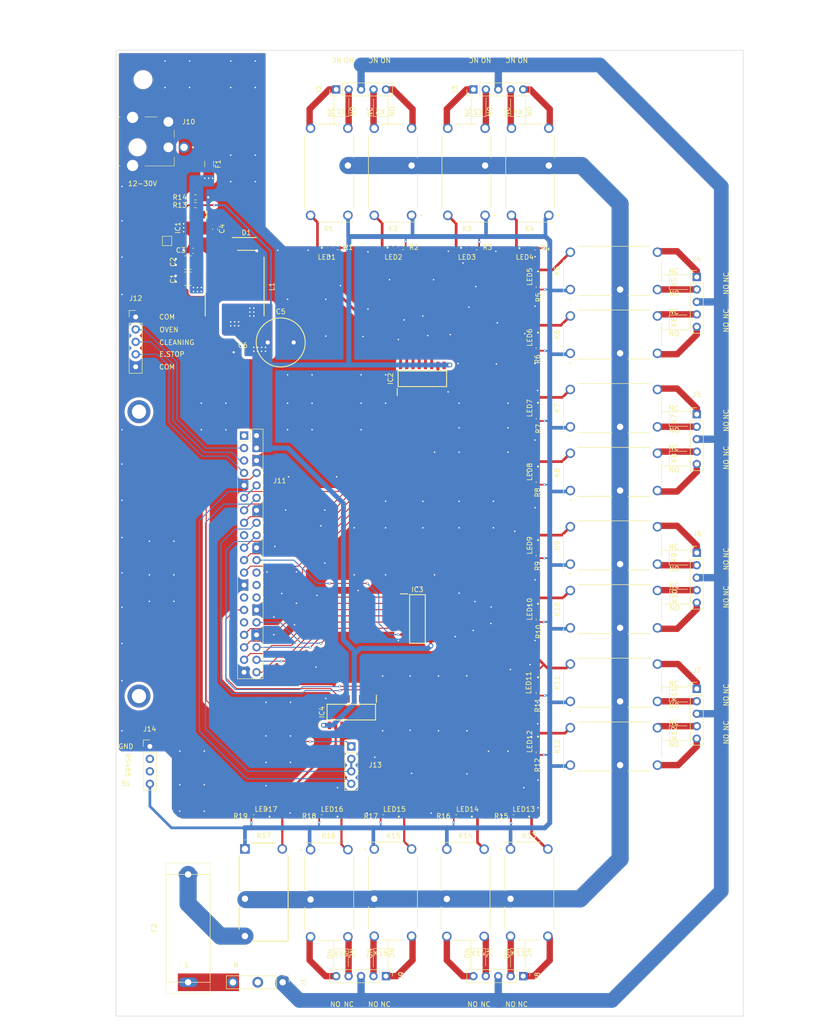
<source format=kicad_pcb>
(kicad_pcb (version 20211014) (generator pcbnew)
  (layers (0 "F.Cu" signal) (31 "B.Cu" signal) (34 "B.Paste" user) (35 "F.Paste" user) (36 "B.SilkS" user "B.Silkscreen") (37 "F.SilkS" user "F.Silkscreen") (38 "B.Mask" user) (39 "F.Mask" user) (44 "Edge.Cuts" user))
  (net 0 "")
  (net 3 "/P01_T")
  (net 4 "/P02_T")
  (net 5 "/P03_T")
  (net 6 "/P04_T")
  (net 7 "/P05_T")
  (net 8 "/P06_T")
  (net 9 "GND")
  (net 10 "+5V")
  (net 11 "/P07_T")
  (net 12 "/P08_T")
  (net 13 "/P09_T")
  (net 14 "/P10_T")
  (net 15 "/P11_T")
  (net 16 "/P12_T")
  (net 17 "/P13_T")
  (net 18 "/NO1")
  (net 19 "/NC1")
  (net 20 "/NO2")
  (net 21 "/NC2")
  (net 22 "/NO3")
  (net 23 "/NC3")
  (net 24 "/NO4")
  (net 25 "/NC4")
  (net 26 "/NO5")
  (net 27 "/NC5")
  (net 28 "/NO6")
  (net 29 "/NC6")
  (net 30 "/NO7")
  (net 31 "/NC7")
  (net 32 "/NO8")
  (net 33 "/NC8")
  (net 34 "/NO9")
  (net 35 "/NC9")
  (net 36 "/NO10")
  (net 37 "/NC10")
  (net 38 "/NO11")
  (net 39 "/NC11")
  (net 40 "/NO12")
  (net 41 "/NC12")
  (net 42 "/NO13")
  (net 43 "/NC13")
  (net 44 "/NO14")
  (net 45 "/NC14")
  (net 46 "/NO15")
  (net 47 "/NC15")
  (net 48 "/NO16")
  (net 49 "/NC16")
  (net 50 "NEUT")
  (net 51 "/L")
  (net 52 "Net-(K1-Pad11)")
  (net 58 "/P14_T")
  (net 59 "/P15_T")
  (net 64 "/P16_T")
  (net 65 "/12-30V")
  (net 66 "Net-(F1-Pad1)")
  (net 67 "/COIL_K7")
  (net 68 "/COIL_K6")
  (net 69 "/COIL_K5")
  (net 70 "/COIL_K4")
  (net 71 "/COIL_K3")
  (net 72 "/COIL_K2")
  (net 73 "/COIL_K1")
  (net 74 "/COIL_K14")
  (net 75 "/COIL_K13")
  (net 76 "/COIL_K12")
  (net 77 "/COIL_K11")
  (net 78 "/COIL_K10")
  (net 79 "/COIL_K9")
  (net 80 "/COIL_K8")
  (net 81 "/COIL_K17_COM")
  (net 82 "/COIL_K16")
  (net 83 "/COIL_K15")
  (net 84 "Net-(LED1-Pad2)")
  (net 85 "Net-(LED2-Pad2)")
  (net 86 "Net-(LED3-Pad2)")
  (net 87 "Net-(LED4-Pad2)")
  (net 88 "Net-(LED5-Pad2)")
  (net 89 "Net-(LED6-Pad2)")
  (net 90 "Net-(LED7-Pad2)")
  (net 91 "Net-(LED8-Pad2)")
  (net 92 "Net-(LED9-Pad2)")
  (net 93 "Net-(LED10-Pad2)")
  (net 94 "Net-(LED11-Pad2)")
  (net 95 "Net-(LED12-Pad2)")
  (net 96 "Net-(LED13-Pad2)")
  (net 97 "Net-(LED14-Pad2)")
  (net 98 "Net-(LED15-Pad2)")
  (net 99 "Net-(LED16-Pad2)")
  (net 100 "Net-(LED17-Pad2)")
  (net 101 "/SW")
  (net 102 "/FB")
  (net 103 "Net-(IC1-Pad5)")
  (net 104 "Net-(C4-Pad2)")
  (net 105 "/P17_T")
  (net 106 "/BTN_K1")
  (net 107 "/BTN_ON_ALL_K")
  (net 108 "/BTN_OFF_ALL_K")
  (net 109 "/TXD")
  (net 110 "/RXD")
  (net 111 "/RSE")
  (net 120 "Net-(K17-Pad11)")
  (net 121 "+3.3V")
  (footprint "Capacitor_SMD:C_0603_1608Metric" (layer "F.Cu") (at 214.325 134.9)
    (fp_text reference "C3")
    (fp_text value "0.01uF 50V X7R 0603")
  )
  (footprint "relays:PE014005" (layer "F.Cu") (at 273.935 127.6775 90)
    (fp_text reference "K3")
    (fp_text value "PE014005" hide)
  )
  (footprint "MountingHole:MountingHole_2.7mm_M2.5" (layer "F.Cu") (at 204.125 285)
    (fp_text reference "M1" hide)
    (fp_text value "MountingHole_2.7mm_M2.5" hide)
  )
  (footprint "global_foot:R_0402_1005Metric" (layer "F.Cu") (at 268.025 250.3)
    (fp_text reference "R16")
    (fp_text value "680R 0402")
  )
  (footprint "Connector_PinHeader_2.54mm:PinHeader_1x05_P2.54mm_Vertical" (layer "F.Cu") (at 243.545 102 90)
    (fp_text reference "J2")
    (fp_text value "Screw_Terminal_01x05")
  )
  (footprint "global_foot:R_0402_1005Metric" (layer "F.Cu") (at 284.725 237.215 90)
    (fp_text reference "R12")
    (fp_text value "680R 0402")
  )
  (footprint "relays:PE014005" (layer "F.Cu") (at 286.935 127.6775 90)
    (fp_text reference "K4")
    (fp_text value "PE014005" hide)
  )
  (footprint "cf33pwr_foot:R_0603_1608Metric" (layer "F.Cu") (at 214.825 124 180)
    (fp_text reference "R14")
    (fp_text value "3.24k 1% 0603")
  )
  (footprint "MountingHole:MountingHole_2.7mm_M2.5" (layer "F.Cu") (at 319.625 285)
    (fp_text reference "M4" hide)
    (fp_text value "MountingHole_2.7mm_M2.5" hide)
  )
  (footprint "relays:PE014005" (layer "F.Cu") (at 291.3225 198.81)
    (fp_text reference "K9")
    (fp_text value "PE014005" hide)
  )
  (footprint "Capacitor_SMD:C_0603_1608Metric" (layer "F.Cu") (at 224.494577 155.634332)
    (fp_text reference "C6")
    (fp_text value "0.01uF 50V X7R 0603")
  )
  (footprint "cf33pwr_foot:VLMG1500GS08" (layer "F.Cu") (at 228.825 250.3 180)
    (fp_text reference "LED17")
    (fp_text value "VLMS1500-GS08" hide)
  )
  (footprint "relays:PE014005" (layer "F.Cu") (at 238.315 257.050609 -90)
    (fp_text reference "K16")
    (fp_text value "PE014005" hide)
  )
  (footprint "global_foot:R_0402_1005Metric" (layer "F.Cu") (at 257.2125 134.27 180)
    (fp_text reference "R2")
    (fp_text value "680R 0402")
  )
  (footprint "global_foot:R_0402_1005Metric" (layer "F.Cu") (at 284.725 182.1 90)
    (fp_text reference "R8")
    (fp_text value "680R 0402")
  )
  (footprint "Connector_PinHeader_2.54mm:PinHeader_2x20_P2.54mm_Vertical" (layer "F.Cu") (at 224.75 172.6)
    (fp_text reference "J11")
    (fp_text value "Conn_02x20_Odd_Even")
  )
  (footprint "Connector_PinHeader_2.54mm:PinHeader_1x05_P2.54mm_Vertical" (layer "F.Cu") (at 253.7 282.85 -90)
    (fp_text reference "J9")
    (fp_text value "Screw_Terminal_01x05")
  )
  (footprint "Capacitor_SMD:C_1210_3225Metric" (layer "F.Cu") (at 213.325 140.6)
    (fp_text reference "C1")
    (fp_text value "4.7uF 50V X7R 1210")
  )
  (footprint "MountingHole:MountingHole_2.7mm_M2.5" (layer "F.Cu") (at 204.125 100)
    (fp_text reference "M2" hide)
    (fp_text value "MountingHole_2.7mm_M2.5" hide)
  )
  (footprint "global_foot:R_0402_1005Metric" (layer "F.Cu") (at 284.725 154.775 90)
    (fp_text reference "R6")
    (fp_text value "680R 0402")
  )
  (footprint "cf33pwr_foot:VLMG1500GS08" (layer "F.Cu") (at 270.125 250.3 180)
    (fp_text reference "LED14")
    (fp_text value "VLMS1500-GS08" hide)
  )
  (footprint "Connector_PinHeader_2.54mm:PinHeader_1x05_P2.54mm_Vertical" (layer "F.Cu") (at 317.125 196.5)
    (fp_text reference "J6")
    (fp_text value "Screw_Terminal_01x05")
  )
  (footprint "transistors:SOIC127P600X175-16N" (layer "F.Cu") (at 246.625 229 -90)
    (fp_text reference "IC4")
    (fp_text value "ULQ2003ATDQ1" hide)
  )
  (footprint "Capacitor_SMD:C_1210_3225Metric" (layer "F.Cu") (at 213.325 137.3)
    (fp_text reference "C2")
    (fp_text value "4.7uF 50V X7R 1210")
  )
  (footprint "relays:PE014005" (layer "F.Cu") (at 291.3225 226.81)
    (fp_text reference "K11")
    (fp_text value "PE014005" hide)
  )
  (footprint "global_foot:R_0402_1005Metric" (layer "F.Cu") (at 284.725 142.3 90)
    (fp_text reference "R5")
    (fp_text value "680R 0402")
  )
  (footprint "relays:PE014005" (layer "F.Cu") (at 245.935 127.6775 90)
    (fp_text reference "K1")
    (fp_text value "PE014005" hide)
  )
  (footprint "cf33pwr_foot:R_0603_1608Metric" (layer "F.Cu") (at 214.825 125.6)
    (fp_text reference "R13")
    (fp_text value "10K 1% 0603")
  )
  (footprint "global_foot:PJ081BH" (layer "F.Cu") (at 212.5 113.8)
    (fp_text reference "J10")
    (fp_text value "PJ-081BH" hide)
  )
  (footprint "global_foot:R_0402_1005Metric" (layer "F.Cu") (at 284.725 210.125 90)
    (fp_text reference "R10")
    (fp_text value "680R 0402")
  )
  (footprint "Connector_PinHeader_2.54mm:PinHeader_1x05_P2.54mm_Vertical" (layer "F.Cu") (at 317.125 140.25)
    (fp_text reference "J4")
    (fp_text value "Screw_Terminal_01x05")
  )
  (footprint "cf33pwr_foot:VLMG1500GS08" (layer "F.Cu") (at 281.825 250.3 180)
    (fp_text reference "LED13")
    (fp_text value "VLMS1500-GS08" hide)
  )
  (footprint "transistors:SOIC127P600X175-16N" (layer "F.Cu") (at 261.125 161 90)
    (fp_text reference "IC2")
    (fp_text value "ULQ2003ATDQ1" hide)
  )
  (footprint "global_foot:R_0402_1005Metric" (layer "F.Cu") (at 240.5875 250.3)
    (fp_text reference "R18")
    (fp_text value "680R 0402")
  )
  (footprint "Connector_PinHeader_2.54mm:PinHeader_1x05_P2.54mm_Vertical" (layer "F.Cu") (at 202.625 148.4)
    (fp_text reference "J12")
    (fp_text value "BTN_Terminal_01x05")
  )
  (footprint "Capacitor_SMD:C_0603_1608Metric" (layer "F.Cu") (at 218.825 130.5 90)
    (fp_text reference "C4")
    (fp_text value "0.01uF 50V X7R 0603")
  )
  (footprint "global_foot:R_0402_1005Metric" (layer "F.Cu") (at 226.7375 250.3)
    (fp_text reference "R19")
    (fp_text value "680R 0402")
  )
  (footprint "cf33pwr_foot:VLMG1500GS08" (layer "F.Cu") (at 241.725 134.3)
    (fp_text reference "LED1")
    (fp_text value "VLMS1500-GS08" hide)
  )
  (footprint "global_foot:R_0402_1005Metric" (layer "F.Cu") (at 284.1325 134.37 180)
    (fp_text reference "R4")
    (fp_text value "680R 0402")
  )
  (footprint "cf33pwr_foot:VLMG1500GS08" (layer "F.Cu") (at 284.725 152.7 -90)
    (fp_text reference "LED6")
    (fp_text value "VLMS1500-GS08" hide)
  )
  (footprint "transistors:SOIC127P600X175-16N" (layer "F.Cu") (at 260.125 210)
    (fp_text reference "IC3")
    (fp_text value "ULQ2003ATDQ1" hide)
  )
  (footprint "MountingHole:MountingHole_2.7mm_M2.5_DIN965_Pad" (layer "F.Cu") (at 203.3 167.725)
    (fp_text reference "5" hide)
    (fp_text value "MountingHole_2.7mm_M2.5_DIN965_Pad" hide)
  )
  (footprint "relays:PE014005" (layer "F.Cu") (at 251.315 256.9225 -90)
    (fp_text reference "K15")
    (fp_text value "PE014005" hide)
  )
  (footprint "relays:PE014005" (layer "F.Cu") (at 258.935 127.6775 90)
    (fp_text reference "K2")
    (fp_text value "PE014005" hide)
  )
  (footprint "TestPoint:TestPoint_Pad_1.5x1.5mm" (layer "F.Cu") (at 209.025 132.9)
    (fp_text reference "TP1" hide)
    (fp_text value "TestPoint" hide)
  )
  (footprint "relays:PE014005" (layer "F.Cu") (at 279.125 256.9225 -90)
    (fp_text reference "K13")
    (fp_text value "PE014005" hide)
  )
  (footprint "global_foot:R_0402_1005Metric" (layer "F.Cu") (at 284.725 197.0875 90)
    (fp_text reference "R9")
    (fp_text value "680R 0402")
  )
  (footprint "global_foot:R_0402_1005Metric" (layer "F.Cu") (at 284.725 225.125 90)
    (fp_text reference "R11")
    (fp_text value "680R 0402")
  )
  (footprint "Connector_PinHeader_2.54mm:PinHeader_1x05_P2.54mm_Vertical" (layer "F.Cu") (at 271.55 102 90)
    (fp_text reference "J3")
    (fp_text value "Screw_Terminal_01x05")
  )
  (footprint "cf33pwr_foot:VLMG1500GS08" (layer "F.Cu") (at 284.725 235.1 -90)
    (fp_text reference "LED12")
    (fp_text value "VLMS1500-GS08" hide)
  )
  (footprint "cf33pwr_foot:VLMG1500GS08" (layer "F.Cu") (at 284.725 167 -90)
    (fp_text reference "LED7")
    (fp_text value "VLMS1500-GS08" hide)
  )
  (footprint "Fuse:Fuse_1206_3216Metric" (layer "F.Cu") (at 217.625 117.2 -90)
    (fp_text reference "F1")
    (fp_text value "3A")
  )
  (footprint "relays:PE014005" (layer "F.Cu") (at 291.3225 142.81)
    (fp_text reference "K5")
    (fp_text value "PE014005" hide)
  )
  (footprint "my_diode:SODFL5026X120N" (layer "F.Cu") (at 225.325 133.5)
    (fp_text reference "D1")
    (fp_text value "SK53AFL-TP" hide)
  )
  (footprint "relays:PE014005" (layer "F.Cu") (at 291.3225 170.81)
    (fp_text reference "K7")
    (fp_text value "PE014005" hide)
  )
  (footprint "relays:PE014005" (layer "F.Cu") (at 291.3225 239.81)
    (fp_text reference "K12")
    (fp_text value "PE014005" hide)
  )
  (footprint "global_foot:R_0402_1005Metric" (layer "F.Cu") (at 272.2125 134.3 180)
    (fp_text reference "R3")
    (fp_text value "680R 0402")
  )
  (footprint "cf33pwr_foot:VLMG1500GS08" (layer "F.Cu") (at 282.045 134.37)
    (fp_text reference "LED4")
    (fp_text value "VLMS1500-GS08" hide)
  )
  (footprint "Connector_PinHeader_2.54mm:PinHeader_1x04_P2.54mm_Vertical" (layer "F.Cu") (at 205.525 236)
    (fp_text reference "J14")
    (fp_text value "485_Terminal_01x04")
  )
  (footprint "cf33pwr_foot:VLMG1500GS08" (layer "F.Cu") (at 255.225 250.3 180)
    (fp_text reference "LED15")
    (fp_text value "VLMS1500-GS08" hide)
  )
  (footprint "my_fuse:MC000827" (layer "F.Cu") (at 208.825 284.1 90)
    (fp_text reference "F2")
    (fp_text value "MC000827")
  )
  (footprint "my_step_down:SOIC127P600X170-9N" (layer "F.Cu") (at 214.55 130.25 -90)
    (fp_text reference "IC1")
    (fp_text value "TPS5450DDA" hide)
  )
  (footprint "Connector_PinHeader_2.54mm:PinHeader_1x05_P2.54mm_Vertical" (layer "F.Cu") (at 281.7 282.85 -90)
    (fp_text reference "J8")
    (fp_text value "Screw_Terminal_01x05")
  )
  (footprint "relays:PE014005" (layer "F.Cu") (at 291.3225 211.81)
    (fp_text reference "K10")
    (fp_text value "PE014005" hide)
  )
  (footprint "relays:214160103" (layer "F.Cu") (at 224.925 256.9 -90)
    (fp_text reference "K17")
    (fp_text value "2-1416010-3" hide)
  )
  (footprint "cf33pwr_foot:VLMG1500GS08" (layer "F.Cu") (at 284.725 180 -90)
    (fp_text reference "LED8")
    (fp_text value "VLMS1500-GS08" hide)
  )
  (footprint "cf33pwr_foot:VLMG1500GS08" (layer "F.Cu") (at 255.125 134.27)
    (fp_text reference "LED2")
    (fp_text value "VLMS1500-GS08" hide)
  )
  (footprint "cf33pwr_foot:VLMG1500GS08" (layer "F.Cu") (at 284.725 195 -90)
    (fp_text reference "LED9")
    (fp_text value "VLMS1500-GS08" hide)
  )
  (footprint "Connector_PinHeader_2.54mm:PinHeader_1x05_P2.54mm_Vertical" (layer "F.Cu") (at 232.625 284.1 -90)
    (fp_text reference "J1")
    (fp_text value "Screw_Terminal_01x05")
  )
  (footprint "my_coil:INDPM120120X800N" (layer "F.Cu") (at 222.825 142.2 -90)
    (fp_text reference "L1")
    (fp_text value "15uH 5.65A" hide)
  )
  (footprint "relays:PE014005" (layer "F.Cu") (at 291.3225 155.81)
    (fp_text reference "K6")
    (fp_text value "PE014005" hide)
  )
  (footprint "cf33pwr_foot:VLMG1500GS08" (layer "F.Cu") (at 284.725 140.2125 -90)
    (fp_text reference "LED5")
    (fp_text value "VLMS1500-GS08" hide)
  )
  (footprint "MountingHole:MountingHole_2.7mm_M2.5" (layer "F.Cu") (at 319.625 100)
    (fp_text reference "M3" hide)
    (fp_text value "MountingHole_2.7mm_M2.5" hide)
  )
  (footprint "global_foot:R_0402_1005Metric" (layer "F.Cu") (at 279.725 250.3)
    (fp_text reference "R15")
    (fp_text value "680R 0402")
  )
  (footprint "Connector_PinHeader_2.54mm:PinHeader_1x05_P2.54mm_Vertical" (layer "F.Cu") (at 317.125 168.25)
    (fp_text reference "J5")
    (fp_text value "Screw_Terminal_01x05")
  )
  (footprint "MountingHole:MountingHole_2.7mm_M2.5_DIN965_Pad" (layer "F.Cu") (at 203.3 225.72576)
    (fp_text reference "6" hide)
    (fp_text value "MountingHole_2.7mm_M2.5_DIN965_Pad" hide)
  )
  (footprint "global_foot:R_0402_1005Metric" (layer "F.Cu") (at 243.825 134.3 180)
    (fp_text reference "R1")
    (fp_text value "680R 0402")
  )
  (footprint "cf33pwr_foot:VLMG1500GS08" (layer "F.Cu") (at 284.725 223 -90)
    (fp_text reference "LED11")
    (fp_text value "VLMS1500-GS08" hide)
  )
  (footprint "Connector_PinHeader_2.54mm:PinHeader_1x04_P2.54mm_Vertical" (layer "F.Cu") (at 246.625 236)
    (fp_text reference "J13")
    (fp_text value "Serial_Terminal_01x04")
  )
  (footprint "relays:PE014005" (layer "F.Cu") (at 291.3225 183.81)
    (fp_text reference "K8")
    (fp_text value "PE014005" hide)
  )
  (footprint "global_foot:R_0402_1005Metric" (layer "F.Cu") (at 284.725 169.11 90)
    (fp_text reference "R7")
    (fp_text value "680R 0402")
  )
  (footprint "cf33pwr_foot:VLMG1500GS08" (layer "F.Cu") (at 242.7125 250.3 180)
    (fp_text reference "LED16")
    (fp_text value "VLMS1500-GS08" hide)
  )
  (footprint "global_foot:R_0402_1005Metric" (layer "F.Cu") (at 253.125 250.3)
    (fp_text reference "R17")
    (fp_text value "680R 0402")
  )
  (footprint "cf33pwr_foot:VLMG1500GS08" (layer "F.Cu") (at 270.125 134.3)
    (fp_text reference "LED3")
    (fp_text value "VLMS1500-GS08" hide)
  )
  (footprint "relays:PE014005" (layer "F.Cu") (at 266.125 256.950969 -90)
    (fp_text reference "K14")
    (fp_text value "PE014005" hide)
  )
  (footprint "cf33pwr_foot:VLMG1500GS08" (layer "F.Cu") (at 284.725 208 -90)
    (fp_text reference "LED10")
    (fp_text value "VLMS1500-GS08" hide)
  )
  (footprint "my_cap:CAPPRD530W65D1000H1050" (layer "F.Cu") (at 229.575 153.6)
    (fp_text reference "C5")
    (fp_text value "330uF 35V 20mOm" hide)
  )
  (footprint "Connector_PinHeader_2.54mm:PinHeader_1x05_P2.54mm_Vertical" (layer "F.Cu") (at 317.125 224.25)
    (fp_text reference "J7")
    (fp_text value "Screw_Terminal_01x05")
  )
  (gr_line (start 312.125 167.7) (end 315.325 167.7) (layer "F.SilkS") (width 0.12))
  (gr_line (start 254.145 107.5) (end 251.145 107.5) (layer "F.SilkS") (width 0.12))
  (gr_line (start 251.145 107.5) (end 251.145 103.9) (layer "F.SilkS") (width 0.12))
  (gr_line (start 279.125 277.2) (end 282.125 277.2) (layer "F.SilkS") (width 0.12))
  (gr_line (start 312.225 206.95) (end 310.225 206.95) (layer "F.SilkS") (width 0.12))
  (gr_line (start 315.325 170.7) (end 311.525 170.7) (layer "F.SilkS") (width 0.12))
  (gr_line (start 312.125 167.7) (end 310.125 167.7) (layer "F.SilkS") (width 0.12))
  (gr_line (start 311.525 148) (end 315.125 148) (layer "F.SilkS") (width 0.12))
  (gr_line (start 312.125 196) (end 315.325 196) (layer "F.SilkS") (width 0.12))
  (gr_line (start 246.125 103.7) (end 246.125 107.5) (layer "F.SilkS") (width 0.12))
  (gr_line (start 311.625 206.95) (end 311.625 203.95) (layer "F.SilkS") (width 0.12))
  (gr_line (start 315.325 151) (end 312.125 151) (layer "F.SilkS") (width 0.12))
  (gr_line (start 271.025 281) (end 271.025 277.8) (layer "F.SilkS") (width 0.12))
  (gr_line (start 274.025 277.2) (end 274.025 280.8) (layer "F.SilkS") (width 0.12))
  (gr_line (start 254.125 277.8) (end 254.125 275.8) (layer "F.SilkS") (width 0.12))
  (gr_line (start 312.125 178.8) (end 310.125 178.8) (layer "F.SilkS") (width 0.12))
  (gr_line (start 311.525 151) (end 311.525 148) (layer "F.SilkS") (width 0.12))
  (gr_line (start 311.525 199) (end 311.525 196) (layer "F.SilkS") (width 0.12))
  (gr_line (start 312.125 223.9) (end 315.325 223.9) (layer "F.SilkS") (width 0.12))
  (gr_line (start 311.525 226.9) (end 311.525 223.9) (layer "F.SilkS") (width 0.12))
  (gr_line (start 311.525 142.8) (end 311.525 139.8) (layer "F.SilkS") (width 0.12))
  (gr_line (start 246.125 107.5) (end 243.125 107.5) (layer "F.SilkS") (width 0.12))
  (gr_line (start 312.125 223.9) (end 310.125 223.9) (layer "F.SilkS") (width 0.12))
  (gr_line (start 282.145 103.7) (end 282.145 106.9) (layer "F.SilkS") (width 0.12))
  (gr_line (start 312.125 139.8) (end 315.325 139.8) (layer "F.SilkS") (width 0.12))
  (gr_line (start 271.025 277.8) (end 271.025 275.8) (layer "F.SilkS") (width 0.12))
  (gr_line (start 311.525 175.8) (end 315.125 175.8) (layer "F.SilkS") (width 0.12))
  (gr_line (start 311.525 231.8) (end 315.125 231.8) (layer "F.SilkS") (width 0.12))
  (gr_line (start 315.325 226.9) (end 311.525 226.9) (layer "F.SilkS") (width 0.12))
  (gr_line (start 274.125 107.5) (end 271.125 107.5) (layer "F.SilkS") (width 0.12))
  (gr_line (start 243.025 277.9) (end 243.025 275.9) (layer "F.SilkS") (width 0.12))
  (gr_line (start 282.145 107.5) (end 279.145 107.5) (layer "F.SilkS") (width 0.12))
  (gr_line (start 271.125 106.9) (end 271.125 103.7) (layer "F.SilkS") (width 0.12))
  (gr_line (start 311.525 170.7) (end 311.525 167.7) (layer "F.SilkS") (width 0.12))
  (gr_line (start 315.325 178.8) (end 312.125 178.8) (layer "F.SilkS") (width 0.12))
  (gr_line (start 282.145 106.9) (end 282.145 108.9) (layer "F.SilkS") (width 0.12))
  (gr_line (start 243.125 106.9) (end 243.125 108.9) (layer "F.SilkS") (width 0.12))
  (gr_line (start 271.025 277.2) (end 274.025 277.2) (layer "F.SilkS") (width 0.12))
  (gr_line (start 312.125 196) (end 310.125 196) (layer "F.SilkS") (width 0.12))
  (gr_line (start 279.125 281) (end 279.125 277.2) (layer "F.SilkS") (width 0.12))
  (gr_line (start 254.125 277.8) (end 254.125 281) (layer "F.SilkS") (width 0.12))
  (gr_line (start 311.525 178.8) (end 311.525 175.8) (layer "F.SilkS") (width 0.12))
  (gr_line (start 315.325 234.8) (end 312.125 234.8) (layer "F.SilkS") (width 0.12))
  (gr_line (start 271.125 106.9) (end 271.125 108.9) (layer "F.SilkS") (width 0.12))
  (gr_line (start 282.125 277.8) (end 282.125 275.8) (layer "F.SilkS") (width 0.12))
  (gr_line (start 315.425 206.95) (end 312.225 206.95) (layer "F.SilkS") (width 0.12))
  (gr_line (start 312.125 151) (end 310.125 151) (layer "F.SilkS") (width 0.12))
  (gr_line (start 254.145 103.7) (end 254.145 106.9) (layer "F.SilkS") (width 0.12))
  (gr_line (start 274.125 103.7) (end 274.125 107.5) (layer "F.SilkS") (width 0.12))
  (gr_line (start 315.325 199) (end 311.525 199) (layer "F.SilkS") (width 0.12))
  (gr_line (start 254.145 106.9) (end 254.145 108.9) (layer "F.SilkS") (width 0.12))
  (gr_line (start 279.145 107.5) (end 279.145 103.9) (layer "F.SilkS") (width 0.12))
  (gr_line (start 311.525 234.8) (end 311.525 231.8) (layer "F.SilkS") (width 0.12))
  (gr_line (start 243.025 281.1) (end 243.025 277.9) (layer "F.SilkS") (width 0.12))
  (gr_line (start 243.025 277.3) (end 246.025 277.3) (layer "F.SilkS") (width 0.12))
  (gr_line (start 246.025 277.3) (end 246.025 280.9) (layer "F.SilkS") (width 0.12))
  (gr_line (start 315.325 142.8) (end 311.525 142.8) (layer "F.SilkS") (width 0.12))
  (gr_line (start 251.125 281) (end 251.125 277.2) (layer "F.SilkS") (width 0.12))
  (gr_line (start 251.125 277.2) (end 254.125 277.2) (layer "F.SilkS") (width 0.12))
  (gr_line (start 311.625 203.95) (end 315.225 203.95) (layer "F.SilkS") (width 0.12))
  (gr_line (start 282.125 277.8) (end 282.125 281) (layer "F.SilkS") (width 0.12))
  (gr_line (start 243.125 106.9) (end 243.125 103.7) (layer "F.SilkS") (width 0.12))
  (gr_line (start 312.125 139.8) (end 310.125 139.8) (layer "F.SilkS") (width 0.12))
  (gr_line (start 312.125 234.8) (end 310.125 234.8) (layer "F.SilkS") (width 0.12))
  (gr_line (start 326.625 94) (end 198.625 94) (layer "Edge.Cuts") (width 0.1))
  (gr_line (start 198.625 291) (end 326.625 291) (layer "Edge.Cuts") (width 0.1))
  (gr_line (start 198.625 94) (end 198.625 291) (layer "Edge.Cuts") (width 0.1))
  (gr_line (start 326.625 291) (end 326.625 94) (layer "Edge.Cuts") (width 0.1))
  (gr_text "NC\n" (at 281.625 288.6) (layer "F.SilkS") (effects (font (size 1 1))))
  (gr_text "NC\n" (at 323.125 147.75 90) (layer "F.SilkS") (effects (font (size 1 1))))
  (gr_text "NC\n" (at 253.625 288.6) (layer "F.SilkS") (effects (font (size 1 1))))
  (gr_text "K9\n" (at 312.525 197.48 90) (layer "F.SilkS") (effects (font (size 1 1))))
  (gr_text "K14" (at 272.525 278.2) (layer "F.SilkS") (effects (font (size 1 1))))
  (gr_text "OVEN\n" (at 209.425 151) (layer "F.SilkS") (effects (font (size 1 1))))
  (gr_text "NO" (at 312.525 143.6) (layer "F.SilkS") (effects (font (size 1 1))))
  (gr_text "NC\n" (at 246.125 288.6) (layer "F.SilkS") (effects (font (size 1 1))))
  (gr_text "5V" (at 200.625 243.6) (layer "F.SilkS") (effects (font (size 1 1))))
  (gr_text "COM" (at 209.025 148.4) (layer "F.SilkS") (effects (font (size 1 1))))
  (gr_text "NO" (at 312.525 227.7) (layer "F.SilkS") (effects (font (size 1 1))))
  (gr_text "NC\n" (at 312.425 139.1) (layer "F.SilkS") (effects (font (size 1 1))))
  (gr_text "NC\n" (at 274.725 278.1 270) (layer "F.SilkS") (effects (font (size 1 1))))
  (gr_text "NO" (at 323.125 178.5 90) (layer "F.SilkS") (effects (font (size 1 1))))
  (gr_text "K4" (at 280.625 106.5 180) (layer "F.SilkS") (effects (font (size 1 1))))
  (gr_text "NC\n" (at 271.625 96 180) (layer "F.SilkS") (effects (font (size 1 1))))
  (gr_text "NO" (at 274.125 96 180) (layer "F.SilkS") (effects (font (size 1 1))))
  (gr_text "NO" (at 251.125 288.6) (layer "F.SilkS") (effects (font (size 1 1))))
  (gr_text "NC\n" (at 312.425 223.2) (layer "F.SilkS") (effects (font (size 1 1))))
  (gr_text "NO" (at 281.625 96 180) (layer "F.SilkS") (effects (font (size 1 1))))
  (gr_text "NC\n" (at 251.125 96 180) (layer "F.SilkS") (effects (font (size 1 1))))
  (gr_text "NC\n" (at 278.445 106.6 90) (layer "F.SilkS") (effects (font (size 1 1))))
  (gr_text "K16" (at 244.525 278.3) (layer "F.SilkS") (effects (font (size 1 1))))
  (gr_text "12-30V" (at 204.025 121.2) (layer "F.SilkS") (effects (font (size 1 1))))
  (gr_text "NC\n" (at 312.425 231.1) (layer "F.SilkS") (effects (font (size 1 1))))
  (gr_text "K3\n" (at 272.605 106.5 180) (layer "F.SilkS") (effects (font (size 1 1))))
  (gr_text "NO" (at 323.125 142.8 90) (layer "F.SilkS") (effects (font (size 1 1))))
  (gr_text "NC\n" (at 254.825 278.1 270) (layer "F.SilkS") (effects (font (size 1 1))))
  (gr_text "NO" (at 282.945 106.5 90) (layer "F.SilkS") (effects (font (size 1 1))))
  (gr_text "NC\n" (at 312.425 175.1) (layer "F.SilkS") (effects (font (size 1 1))))
  (gr_text "NO" (at 274.925 106.5 90) (layer "F.SilkS") (effects (font (size 1 1))))
  (gr_text "K1\n" (at 244.605 106.5 180) (layer "F.SilkS") (effects (font (size 1 1))))
  (gr_text "NO" (at 312.625 207.75) (layer "F.SilkS") (effects (font (size 1 1))))
  (gr_text "E.STOP\n" (at 210.025 156) (layer "F.SilkS") (effects (font (size 1 1))))
  (gr_text "NC\n" (at 323.125 224.25 90) (layer "F.SilkS") (effects (font (size 1 1))))
  (gr_text "NO" (at 312.525 171.5) (layer "F.SilkS") (effects (font (size 1 1))))
  (gr_text "K11\n" (at 312.525 225.38 90) (layer "F.SilkS") (effects (font (size 1 1))))
  (gr_text "NC\n" (at 312.425 167) (layer "F.SilkS") (effects (font (size 1 1))))
  (gr_text "NO" (at 323.125 150.5 90) (layer "F.SilkS") (effects (font (size 1 1))))
  (gr_text "NC\n" (at 323.125 231.75 90) (layer "F.SilkS") (effects (font (size 1 1))))
  (gr_text "NO" (at 271.375 288.6) (layer "F.SilkS") (effects (font (size 1 1))))
  (gr_text "NC\n" (at 323.125 175.75 90) (layer "F.SilkS") (effects (font (size 1 1))))
  (gr_text "NO" (at 253.625 96 180) (layer "F.SilkS") (effects (font (size 1 1))))
  (gr_text "NO" (at 243.375 288.6) (layer "F.SilkS") (effects (font (size 1 1))))
  (gr_text "GND" (at 200.625 236) (layer "F.SilkS") (effects (font (size 1 1))))
  (gr_text "NC\n" (at 270.425 106.6 90) (layer "F.SilkS") (effects (font (size 1 1))))
  (gr_text "K7\n" (at 312.525 169.18 90) (layer "F.SilkS") (effects (font (size 1 1))))
  (gr_text "NO" (at 323.125 226.75 90) (layer "F.SilkS") (effects (font (size 1 1))))
  (gr_text "NO" (at 246.925 106.5 90) (layer "F.SilkS") (effects (font (size 1 1))))
  (gr_text "L\n" (at 213.125 280.6) (layer "F.SilkS") (effects (font (size 1 1))))
  (gr_text "K15\n" (at 252.625 278.2) (layer "F.SilkS") (effects (font (size 1 1))))
  (gr_text "K2" (at 252.525 106.5 180) (layer "F.SilkS") (effects (font (size 1 1))))
  (gr_text "K13\n" (at 280.625 278.2) (layer "F.SilkS") (effects (font (size 1 1))))
  (gr_text "NO" (at 312.525 235.6) (layer "F.SilkS") (effects (font (size 1 1))))
  (gr_text "NC\n" (at 312.425 147.3) (layer "F.SilkS") (effects (font (size 1 1))))
  (gr_text "NO" (at 312.525 179.6) (layer "F.SilkS") (effects (font (size 1 1))))
  (gr_text "NC\n" (at 282.825 278.1 270) (layer "F.SilkS") (effects (font (size 1 1))))
  (gr_text "NO" (at 323.125 206.75 90) (layer "F.SilkS") (effects (font (size 1 1))))
  (gr_text "NO" (at 254.945 106.5 90) (layer "F.SilkS") (effects (font (size 1 1))))
  (gr_text "NC\n" (at 243.625 96 180) (layer "F.SilkS") (effects (font (size 1 1))))
  (gr_text "NO" (at 270.225 278.2 270) (layer "F.SilkS") (effects (font (size 1 1))))
  (gr_text "COM" (at 209.025 158.6) (layer "F.SilkS") (effects (font (size 1 1))))
  (gr_text "NO" (at 312.525 199.8) (layer "F.SilkS") (effects (font (size 1 1))))
  (gr_text "NC\n" (at 274.025 288.6) (layer "F.SilkS") (effects (font (size 1 1))))
  (gr_text "NO" (at 278.325 278.2 270) (layer "F.SilkS") (effects (font (size 1 1))))
  (gr_text "NC\n" (at 312.425 195.3) (layer "F.SilkS") (effects (font (size 1 1))))
  (gr_text "NC\n" (at 246.725 278.2 270) (layer "F.SilkS") (effects (font (size 1 1))))
  (gr_text "K8" (at 312.525 177.18 90) (layer "F.SilkS") (effects (font (size 1 1))))
  (gr_text "NO" (at 323.125 170.75 90) (layer "F.SilkS") (effects (font (size 1 1))))
  (gr_text "RS485" (at 201.025 239.8 270) (layer "F.SilkS") (effects (font (size 1 1))))
  (gr_text "NO" (at 323.125 199 90) (layer "F.SilkS") (effects (font (size 1 1))))
  (gr_text "NC\n" (at 242.425 106.6 90) (layer "F.SilkS") (effects (font (size 1 1))))
  (gr_text "NC\n" (at 323.125 140.3 90) (layer "F.SilkS") (effects (font (size 1 1))))
  (gr_text "NC\n" (at 312.525 203.25) (layer "F.SilkS") (effects (font (size 1 1))))
  (gr_text "NO" (at 279.125 288.6) (layer "F.SilkS") (effects (font (size 1 1))))
  (gr_text "NC\n" (at 323.125 168.25 90) (layer "F.SilkS") (effects (font (size 1 1))))
  (gr_text "K10" (at 312.625 205.4 90) (layer "F.SilkS") (effects (font (size 1 1))))
  (gr_text "NO" (at 242.225 278.3 270) (layer "F.SilkS") (effects (font (size 1 1))))
  (gr_text "K6" (at 312.525 149.5 90) (layer "F.SilkS") (effects (font (size 1 1))))
  (gr_text "NC\n" (at 250.445 106.6 90) (layer "F.SilkS") (effects (font (size 1 1))))
  (gr_text "NC\n" (at 323.125 204.25 90) (layer "F.SilkS") (effects (font (size 1 1))))
  (gr_text "NO" (at 246.125 96 180) (layer "F.SilkS") (effects (font (size 1 1))))
  (gr_text "NO" (at 250.325 278.2 270) (layer "F.SilkS") (effects (font (size 1 1))))
  (gr_text "K12" (at 312.525 233.3 90) (layer "F.SilkS") (effects (font (size 1 1))))
  (gr_text "NO" (at 312.525 151.8) (layer "F.SilkS") (effects (font (size 1 1))))
  (gr_text "NC\n" (at 323.125 196.5 90) (layer "F.SilkS") (effects (font (size 1 1))))
  (gr_text "NO" (at 323.125 234.5 90) (layer "F.SilkS") (effects (font (size 1 1))))
  (gr_text "N" (at 223.125 280.6) (layer "F.SilkS") (effects (font (size 1 1))))
  (gr_text "K5\n" (at 312.525 141.28 90) (layer "F.SilkS") (effects (font (size 1 1))))
  (gr_text "CLEANING\n" (at 211.025 153.6) (layer "F.SilkS") (effects (font (size 1 1))))
  (gr_text "NC\n" (at 279.125 96 180) (layer "F.SilkS") (effects (font (size 1 1))))
  (segment (start 224.75 185.3) (end 226.05 184) (width 0.2032) (layer "F.Cu") (net 3))
  (segment (start 256.68 171.345) (end 256.68 163.712) (width 0.2032) (layer "F.Cu") (net 3))
  (segment (start 226.05 184) (end 244.025 184) (width 0.2032) (layer "F.Cu") (net 3))
  (segment (start 244.025 184) (end 256.68 171.345) (width 0.2032) (layer "F.Cu") (net 3))
  (segment (start 226.04 186.55) (end 242.875 186.55) (width 0.2032) (layer "F.Cu") (net 4))
  (segment (start 242.875 186.55) (end 257.95 171.475) (width 0.2032) (layer "F.Cu") (net 4))
  (segment (start 224.75 187.84) (end 226.04 186.55) (width 0.2032) (layer "F.Cu") (net 4))
  (segment (start 257.95 171.475) (end 257.95 163.712) (width 0.2032) (layer "F.Cu") (net 4))
  (segment (start 259.22 171.605) (end 259.22 163.712) (width 0.2032) (layer "F.Cu") (net 5))
  (segment (start 226.005 189.125) (end 241.7 189.125) (width 0.2032) (layer "F.Cu") (net 5))
  (segment (start 241.7 189.125) (end 259.22 171.605) (width 0.2032) (layer "F.Cu") (net 5))
  (segment (start 224.75 190.38) (end 226.005 189.125) (width 0.2032) (layer "F.Cu") (net 5))
  (segment (start 234.625 189.8) (end 242.4 189.8) (width 0.2032) (layer "F.Cu") (net 6))
  (segment (start 260.49 171.71) (end 260.49 163.712) (width 0.2032) (layer "F.Cu") (net 6))
  (segment (start 226.06 194.15) (end 230.275 194.15) (width 0.2032) (layer "F.Cu") (net 6))
  (segment (start 224.75 195.46) (end 226.06 194.15) (width 0.2032) (layer "F.Cu") (net 6))
  (segment (start 242.4 189.8) (end 260.49 171.71) (width 0.2032) (layer "F.Cu") (net 6))
  (segment (start 230.275 194.15) (end 234.625 189.8) (width 0.2032) (layer "F.Cu") (net 6))
  (segment (start 236.925 196.7) (end 261.76 171.865) (width 0.2032) (layer "F.Cu") (net 7))
  (segment (start 261.76 171.865) (end 261.76 163.712) (width 0.2032) (layer "F.Cu") (net 7))
  (segment (start 224.75 198) (end 226.05 196.7) (width 0.2032) (layer "F.Cu") (net 7))
  (segment (start 226.05 196.7) (end 236.925 196.7) (width 0.2032) (layer "F.Cu") (net 7))
  (segment (start 263.03 171.995) (end 263.03 163.712) (width 0.2032) (layer "F.Cu") (net 8))
  (segment (start 224.75 200.54) (end 226.058799 199.231201) (width 0.2032) (layer "F.Cu") (net 8))
  (segment (start 235.793799 199.231201) (end 263.03 171.995) (width 0.2032) (layer "F.Cu") (net 8))
  (segment (start 226.058799 199.231201) (end 235.793799 199.231201) (width 0.2032) (layer "F.Cu") (net 8))
  (via (at 199.825 215) (size 0.5) (drill 0.3) (layers "F.Cu" "B.Cu") (net 9))
  (via (at 199.825 222.6) (size 0.5) (drill 0.3) (layers "F.Cu" "B.Cu") (net 9))
  (via (at 263.625 176) (size 0.5) (drill 0.3) (layers "F.Cu" "B.Cu") (net 9))
  (via (at 231.625 134.8) (size 0.5) (drill 0.3) (layers "F.Cu" "B.Cu") (net 9))
  (via (at 239.425 219.8) (size 0.5) (drill 0.3) (layers "F.Cu" "B.Cu") (net 9))
  (via (at 238.625 160.2) (size 0.5) (drill 0.3) (layers "F.Cu" "B.Cu") (net 9))
  (via (at 263.625 201) (size 0.5) (drill 0.3) (layers "F.Cu" "B.Cu") (net 9))
  (via (at 221.025 171.4) (size 0.5) (drill 0.3) (layers "F.Cu" "B.Cu") (net 9))
  (via (at 211.625 236.943231) (size 0.5) (drill 0.3) (layers "F.Cu" "B.Cu") (net 9))
  (via (at 229.215853 227) (size 0.5) (drill 0.3) (layers "F.Cu" "B.Cu") (net 9))
  (via (at 284.73522 248.509912) (size 0.5) (drill 0.3) (layers "F.Cu" "B.Cu") (net 9))
  (via (at 199.825 193.4) (size 0.5) (drill 0.3) (layers "F.Cu" "B.Cu") (net 9))
  (via (at 261.225 148.2) (size 0.5) (drill 0.3) (layers "F.Cu" "B.Cu") (net 9))
  (via (at 216.625 243.8) (size 0.5) (drill 0.3) (layers "F.Cu" "B.Cu") (net 9))
  (via (at 258.625 221.643231) (size 0.5) (drill 0.3) (layers "F.Cu" "B.Cu") (net 9))
  (via (at 248.625 171.4) (size 0.5) (drill 0.3) (layers "F.Cu" "B.Cu") (net 9))
  (via (at 227.025 101.6) (size 0.5) (drill 0.3) (layers "F.Cu" "B.Cu") (net 9))
  (via (at 239.625 205.2) (size 0.5) (drill 0.3) (layers "F.Cu" "B.Cu") (net 9))
  (via (at 234.215853 233.856769) (size 0.5) (drill 0.3) (layers "F.Cu" "B.Cu") (net 9))
  (via (at 253.625 191.4) (size 0.5) (drill 0.3) (layers "F.Cu" "B.Cu") (net 9))
  (via (at 284.625 163.4) (size 0.5) (drill 0.3) (layers "F.Cu" "B.Cu") (net 9))
  (via (at 253.625 160.2) (size 0.5) (drill 0.3) (layers "F.Cu" "B.Cu") (net 9))
  (via (at 284.725 242.877505) (size 0.5) (drill 0.3) (layers "F.Cu" "B.Cu") (net 9))
  (via (at 275.625 191.4) (size 0.5) (drill 0.3) (layers "F.Cu" "B.Cu") (net 9))
  (via (at 276.225 158) (size 0.5) (drill 0.3) (layers "F.Cu" "B.Cu") (net 9))
  (via (at 205.425 194.143231) (size 0.5) (drill 0.3) (layers "F.Cu" "B.Cu") (net 9))
  (via (at 284.125 187.3) (size 0.5) (drill 0.3) (layers "F.Cu" "B.Cu") (net 9))
  (via (at 242.125 136) (size 0.5) (drill 0.3) (layers "F.Cu" "B.Cu") (net 9))
  (via (at 282.717682 180.204199) (size 0.5) (drill 0.3) (layers "F.Cu" "B.Cu") (net 9))
  (via (at 230.825 213.2) (size 0.5) (drill 0.3) (layers "F.Cu" "B.Cu") (net 9))
  (via (at 278.625 166) (size 0.5) (drill 0.3) (layers "F.Cu" "B.Cu") (net 9))
  (via (at 253.625 166) (size 0.5) (drill 0.3) (layers "F.Cu" "B.Cu") (net 9))
  (via (at 251.425 238.2) (size 0.5) (drill 0.3) (layers "F.Cu" "B.Cu") (net 9))
  (via (at 213.625 101.6) (size 0.5) (drill 0.3) (layers "F.Cu" "B.Cu") (net 9))
  (via (at 264.425 232.8) (size 0.5) (drill 0.3) (layers "F.Cu" "B.Cu") (net 9))
  (via (at 249.825 249.6) (size 0.5) (drill 0.3) (layers "F.Cu" "B.Cu") (net 9))
  (via (at 278.625 176) (size 0.5) (drill 0.3) (layers "F.Cu" "B.Cu") (net 9))
  (via (at 227.025 115.4) (size 0.5) (drill 0.3) (layers "F.Cu" "B.Cu") (net 9))
  (via (at 199.825 207.6) (size 0.5) (drill 0.3) (layers "F.Cu" "B.Cu") (net 9))
  (via (at 261.225 191.4) (size 0.5) (drill 0.3) (layers "F.Cu" "B.Cu") (net 9))
  (via (at 284.665831 231.367716) (size 0.5) (drill 0.3) (layers "F.Cu" "B.Cu") (net 9))
  (via (at 199.825 200.6) (size 0.5) (drill 0.3) (layers "F.Cu" "B.Cu") (net 9))
  (via (at 248.625 166) (size 0.5) (drill 0.3) (layers "F.Cu" "B.Cu") (net 9))
  (via (at 216.025 171.4) (size 0.5) (drill 0.3) (layers "F.Cu" "B.Cu") (net 9))
  (via (at 278.625 171) (size 0.5) (drill 0.3) (layers "F.Cu" "B.Cu") (net 9))
  (via (at 279.987519 192.122318) (size 0.5) (drill 0.3) (layers "F.Cu" "B.Cu") (net 9))
  (via (at 260.125 203.5) (size 0.5) (drill 0.3) (layers "F.Cu" "B.Cu") (net 9))
  (via (at 284.125 146.2) (size 0.5) (drill 0.3) (layers "F.Cu" "B.Cu") (net 9))
  (via (at 211.625 249.2) (size 0.5) (drill 0.3) (layers "F.Cu" "B.Cu") (net 9))
  (via (at 210.825 137.8) (size 0.6) (drill 0.45) (layers "F.Cu" "B.Cu") (net 9))
  (via (at 229.425 200.4) (size 0.5) (drill 0.3) (layers "F.Cu" "B.Cu") (net 9))
  (via (at 269.425 137.4) (size 0.5) (drill 0.3) (layers "F.Cu" "B.Cu") (net 9))
  (via (at 199.825 136.2) (size 0.5) (drill 0.3) (layers "F.Cu" "B.Cu") (net 9))
  (via (at 272.025 142.2) (size 0.5) (drill 0.3) (layers "F.Cu" "B.Cu") (net 9))
  (via (at 274.625 237) (size 0.5) (drill 0.3) (layers "F.Cu" "B.Cu") (net 9))
  (via (at 261.225 186) (size 0.5) (drill 0.3) (layers "F.Cu" "B.Cu") (net 9))
  (via (at 268.425 157.9) (size 0.5) (drill 0.3) (layers "F.Cu" "B.Cu") (net 9))
  (via (at 208.625 101.6) (size 0.5) (drill 0.3) (layers "F.Cu" "B.Cu") (net 9))
  (via (at 253.625 201) (size 0.5) (drill 0.3) (layers "F.Cu" "B.Cu") (net 9))
  (via (at 250.025 135.1) (size 0.5) (drill 0.3) (layers "F.Cu" "B.Cu") (net 9))
  (via (at 213.625 96.2) (size 0.5) (drill 0.3) (layers "F.Cu" "B.Cu") (net 9))
  (via (at 268.625 186) (size 0.5) (drill 0.3) (layers "F.Cu" "B.Cu") (net 9))
  (via (at 233.625 144.8) (size 0.5) (drill 0.3) (layers "F.Cu" "B.Cu") (net 9))
  (via (at 263.425 140.8) (size 0.5) (drill 0.3) (layers "F.Cu" "B.Cu") (net 9))
  (via (at 271.499022 212.335078) (size 0.5) (drill 0.3) (layers "F.Cu" "B.Cu") (net 9))
  (via (at 232.425 204.8) (size 0.5) (drill 0.3) (layers "F.Cu" "B.Cu") (net 9))
  (via (at 222.025 96.2) (size 0.5) (drill 0.3) (layers "F.Cu" "B.Cu") (net 9))
  (via (at 241.225 187.8) (size 0.5) (drill 0.3) (layers "F.Cu" "B.Cu") (net 9))
  (via (at 270.225 232.8) (size 0.5) (drill 0.3) (layers "F.Cu" "B.Cu") (net 9))
  (via (at 210.425 206.4) (size 0.5) (drill 0.3) (layers "F.Cu" "B.Cu") (net 9))
  (via (at 277.376002 250.105854) (size 0.5) (drill 0.3) (layers "F.Cu" "B.Cu") (net 9))
  (via (at 275.105051 210.916799) (size 0.5) (drill 0.3) (layers "F.Cu" "B.Cu") (net 9))
  (via (at 266.825 152) (size 0.5) (drill 0.3) (layers "F.Cu" "B.Cu") (net 9))
  (via (at 235.025 211.2) (size 0.5) (drill 0.3) (layers "F.Cu" "B.Cu") (net 9))
  (via (at 227.025 96.2) (size 0.5) (drill 0.3) (layers "F.Cu" "B.Cu") (net 9))
  (via (at 212.425 129.4) (size 0.5) (drill 0.3) (layers "F.Cu" "B.Cu") (net 9))
  (via (at 222.625 155.6) (size 0.6) (drill 0.45) (layers "F.Cu" "B.Cu") (net 9))
  (via (at 258.625 232.7) (size 0.5) (drill 0.3) (layers "F.Cu" "B.Cu") (net 9))
  (via (at 247.225 191.4) (size 0.5) (drill 0.3) (layers "F.Cu" "B.Cu") (net 9))
  (via (at 250.025 146.8) (size 0.5) (drill 0.3) (layers "F.Cu" "B.Cu") (net 9))
  (via (at 212.425 131) (size 0.5) (drill 0.3) (layers "F.Cu" "B.Cu") (net 9))
  (via (at 212.425 130.2) (size 0.5) (drill 0.3) (layers "F.Cu" "B.Cu") (net 9))
  (via (at 270.625 146.4) (size 0.5) (drill 0.3) (layers "F.Cu" "B.Cu") (net 9))
  (via (at 222.025 120.8) (size 0.5) (drill 0.3) (layers "F.Cu" "B.Cu") (net 9))
  (via (at 249.025 152.4) (size 0.5) (drill 0.3) (layers "F.Cu" "B.Cu") (net 9))
  (via (at 227.025 120.8) (size 0.5) (drill 0.3) (layers "F.Cu" "B.Cu") (net 9))
  (via (at 253.025 221.623808) (size 0.5) (drill 0.3) (layers "F.Cu" "B.Cu") (net 9))
  (via (at 253.025 232.8) (size 0.5) (drill 0.3) (layers "F.Cu" "B.Cu") (net 9))
  (via (at 268.625 166) (size 0.5) (drill 0.3) (layers "F.Cu" "B.Cu") (net 9))
  (via (at 241.425 144.8) (size 0.5) (drill 0.3) (layers "F.Cu" "B.Cu") (net 9))
  (via (at 262.925 249.6) (size 0.5) (drill 0.3) (layers "F.Cu" "B.Cu") (net 9))
  (via (at 256.225 214.4) (size 0.5) (drill 0.3) (layers "F.Cu" "B.Cu") (net 9))
  (via (at 264.425 221.643231) (size 0.5) (drill 0.3) (layers "F.Cu" "B.Cu") (net 9))
  (via (at 248.625 160.2) (size 0.5) (drill 0.3) (layers "F.Cu" "B.Cu") (net 9))
  (via (at 233.625 166) (size 0.5) (drill 0.3) (layers "F.Cu" "B.Cu") (net 9))
  (via (at 227.325 134.9) (size 1) (drill 0.6) (layers "F.Cu" "B.Cu") (net 9))
  (via (at 243.625 181) (size 0.5) (drill 0.3) (layers "F.Cu" "B.Cu") (net 9))
  (via (at 199.825 143.8) (size 0.5) (drill 0.3) (layers "F.Cu" "B.Cu") (net 9))
  (via (at 271.871039 206.442061) (size 0.5) (drill 0.3) (layers "F.Cu" "B.Cu") (net 9))
  (via (at 243.825 244.4) (size 0.5) (drill 0.3) (layers "F.Cu" "B.Cu") (net 9))
  (via (at 283.052235 195.347824) (size 0.5) (drill 0.3) (layers "F.Cu" "B.Cu") (net 9))
  (via (at 284.125 173.5) (size 0.5) (drill 0.3) (layers "F.Cu" "B.Cu") (net 9))
  (via (at 205.425 206.4) (size 0.5) (drill 0.3) (layers "F.Cu" "B.Cu") (net 9))
  (via (at 284.125 214.4) (size 0.5) (drill 0.3) (layers "F.Cu" "B.Cu") (net 9))
  (via (at 278.604701 236.961056) (size 0.5) (drill 0.3) (layers "F.Cu" "B.Cu") (net 9))
  (via (at 276.425 149.6) (size 0.5) (drill 0.3) (layers "F.Cu" "B.Cu") (net 9))
  (via (at 210.825 141.2) (size 0.6) (drill 0.45) (layers "F.Cu" "B.Cu") (net 9))
  (via (at 210.825 140) (size 0.6) (drill 0.45) (layers "F.Cu" "B.Cu") (net 9))
  (via (at 254.425 140.8) (size 0.5) (drill 0.3) (layers "F.Cu" "B.Cu") (net 9))
  (via (at 241.425 226.2) (size 0.5) (drill 0.3) (layers "F.Cu" "B.Cu") (net 9))
  (via (at 244.425 142) (size 0.5) (drill 0.3) (layers "F.Cu" "B.Cu") (net 9))
  (via (at 208.625 96.2) (size 0.5) (drill 0.3) (layers "F.Cu" "B.Cu") (net 9))
  (via (at 268.625 191.4) (size 0.5) (drill 0.3) (layers "F.Cu" "B.Cu") (net 9))
  (via (at 210.825 136.6) (size 0.6) (drill 0.45) (layers "F.Cu" "B.Cu") (net 9))
  (via (at 234.125 249.6) (size 0.5) (drill 0.3) (layers "F.Cu" "B.Cu") (net 9))
  (via (at 199.825 121.8) (size 0.5) (drill 0.3) (layers "F.Cu" "B.Cu") (net 9))
  (via (at 222.025 115.4) (size 0.5) (drill 0.3) (layers "F.Cu" "B.Cu") (net 9))
  (via (at 270.189818 221.579201) (size 0.5) (drill 0.3) (layers "F.Cu" "B.Cu") (net 9))
  (via (at 230.825 209.6) (size 0.5) (drill 0.3) (layers "F.Cu" "B.Cu") (net 9))
  (via (at 284.125 157.9) (size 0.5) (drill 0.3) (layers "F.Cu" "B.Cu") (net 9))
  (via (at 216.625 249.2) (size 0.5) (drill 0.3) (layers "F.Cu" "B.Cu") (net 9))
  (via (at 229.215853 233.856769) (size 0.5) (drill 0.3) (layers "F.Cu" "B.Cu") (net 9))
  (via (at 283.099627 219.293014) (size 0.5) (drill 0.3) (layers "F.Cu" "B.Cu") (net 9))
  (via (at 270.225 241.6) (size 0.5) (drill 0.3) (layers "F.Cu" "B.Cu") (net 9))
  (via (at 282.953889 207.256549) (size 0.5) (drill 0.3) (layers "F.Cu" "B.Cu") (net 9))
  (via (at 240.425 191) (size 0.5) (drill 0.3) (layers "F.Cu" "B.Cu") (net 9))
  (via (at 231.025 195.2) (size 0.5) (drill 0.3) (layers "F.Cu" "B.Cu") (net 9))
  (via (at 234.225 227) (size 0.5) (drill 0.3) (layers "F.Cu" "B.Cu") (net 9))
  (via (at 257.425 149) (size 0.5) (drill 0.3) (layers "F.Cu" "B.Cu") (net 9))
  (via (at 283.266138 234.039294) (size 0.5) (drill 0.3) (layers "F.Cu" "B.Cu") (net 9))
  (via (at 205.425 201) (size 0.5) (drill 0.3) (layers "F.Cu" "B.Cu") (net 9))
  (via (at 282.025 151.8) (size 0.5) (drill 0.3) (layers "F.Cu" "B.Cu") (net 9))
  (via (at 221.025 166) (size 0.5) (drill 0.3) (layers "F.Cu" "B.Cu") (net 9))
  (via (at 276.125 135) (size 0.5) (drill 0.3) (layers "F.Cu" "B.Cu") (net 9))
  (via (at 237.825 134.8) (size 0.5) (drill 0.3) (layers "F.Cu" "B.Cu") (net 9))
  (via (at 284.650962 227.025962) (size 0.5) (drill 0.3) (layers "F.Cu" "B.Cu") (net 9))
  (via (at 266.392642 163.691292) (size 0.5) (drill 0.3) (layers "F.Cu" "B.Cu") (net 9))
  (via (at 212.425 134.8) (size 0.6) (drill 0.45) (layers "F.Cu" "B.Cu") (net 9))
  (via (at 234.215853 239.256769) (size 0.5) (drill 0.3) (layers "F.Cu" "B.Cu") (net 9))
  (via (at 235.425 206.8) (size 0.5) (drill 0.3) (layers "F.Cu" "B.Cu") (net 9))
  (via (at 275.625 186) (size 0.5) (drill 0.3) (layers "F.Cu" "B.Cu") (net 9))
  (via (at 233.625 171.4) (size 0.5) (drill 0.3) (layers "F.Cu" "B.Cu") (net 9))
  (via (at 266.425 135) (size 0.5) (drill 0.3) (layers "F.Cu" "B.Cu") (net 9))
  (via (at 253.625 186) (size 0.5) (drill 0.3) (layers "F.Cu" "B.Cu") (net 9))
  (via (at 284.125 202) (size 0.5) (drill 0.3) (layers "F.Cu" "B.Cu") (net 9))
  (via (at 233.625 160.2) (size 0.5) (drill 0.3) (layers "F.Cu" "B.Cu") (net 9))
  (via (at 235.425 200.4) (size 0.5) (drill 0.3) (layers "F.Cu" "B.Cu") (net 9))
  (via (at 238.625 171.4) (size 0.5) (drill 0.3) (layers "F.Cu" "B.Cu") (net 9))
  (via (at 217.425 124) (size 0.6) (drill 0.45) (layers "F.Cu" "B.Cu") (net 9))
  (via (at 211.625 243.8) (size 0.5) (drill 0.3) (layers "F.Cu" "B.Cu") (net 9))
  (via (at 216.634147 236.943231) (size 0.5) (drill 0.3) (layers "F.Cu" "B.Cu") (net 9))
  (via (at 229.215853 239.256769) (size 0.5) (drill 0.3) (layers "F.Cu" "B.Cu") (net 9))
  (via (at 241.225 198.6) (size 0.5) (drill 0.3) (layers "F.Cu" "B.Cu") (net 9))
  (via (at 210.434147 194.143231) (size 0.5) (drill 0.3) (layers "F.Cu" "B.Cu") (net 9))
  (via (at 199.825 178.4) (size 0.5) (drill 0.3) (layers "F.Cu" "B.Cu") (net 9))
  (via (at 241.425 152.3) (size 0.5) (drill 0.3) (layers "F.Cu" "B.Cu") (net 9))
  (via (at 233.825 181) (size 0.5) (drill 0.3) (layers "F.Cu" "B.Cu") (net 9))
  (via (at 268.625 176) (size 0.5) (drill 0.3) (layers "F.Cu" "B.Cu") (net 9))
  (via (at 247.225 201) (size 0.5) (drill 0.3) (layers "F.Cu" "B.Cu") (net 9))
  (via (at 258.939692 241.488234) (size 0.5) (drill 0.3) (layers "F.Cu" "B.Cu") (net 9))
  (via (at 199.825 185.8) (size 0.5) (drill 0.3) (layers "F.Cu" "B.Cu") (net 9))
  (via (at 199.825 232.8) (size 0.5) (drill 0.3) (layers "F.Cu" "B.Cu") (net 9))
  (via (at 229.225 248.8) (size 0.5) (drill 0.3) (layers "F.Cu" "B.Cu") (net 9))
  (via (at 268.629447 204.740979) (size 0.5) (drill 0.3) (layers "F.Cu" "B.Cu") (net 9))
  (via (at 229.225 244) (size 0.5) (drill 0.3) (layers "F.Cu" "B.Cu") (net 9))
  (via (at 210.425 201) (size 0.5) (drill 0.3) (layers "F.Cu" "B.Cu") (net 9))
  (via (at 216.025 166) (size 0.5) (drill 0.3) (layers "F.Cu" "B.Cu") (net 9))
  (via (at 248.025 204.2) (size 0.5) (drill 0.3) (layers "F.Cu" "B.Cu") (net 9))
  (via (at 199.825 171.4) (size 0.5) (drill 0.3) (layers "F.Cu" "B.Cu") (net 9))
  (via (at 222.025 101.6) (size 0.5) (drill 0.3) (layers "F.Cu" "B.Cu") (net 9))
  (via (at 281.825 244.4) (size 0.5) (drill 0.3) (layers "F.Cu" "B.Cu") (net 9))
  (via (at 262.225 152.2) (size 0.5) (drill 0.3) (layers "F.Cu" "B.Cu") (net 9))
  (via (at 233.225 187.8) (size 0.5) (drill 0.3) (layers "F.Cu" "B.Cu") (net 9))
  (via (at 279.093374 220.303452) (size 0.5) (drill 0.3) (layers "F.Cu" "B.Cu") (net 9))
  (via (at 199.825 128.8) (size 0.5) (drill 0.3) (layers "F.Cu" "B.Cu") (net 9))
  (via (at 238.625 166) (size 0.5) (drill 0.3) (layers "F.Cu" "B.Cu") (net 9))
  (via (at 268.625 171) (size 0.5) (drill 0.3) (layers "F.Cu" "B.Cu") (net 9))
  (via (at 275.177392 207.553929) (size 0.5) (drill 0.3) (layers "F.Cu" "B.Cu") (net 9))
  (via (at 284.125 136.1) (size 0.5) (drill 0.3) (layers "F.Cu" "B.Cu") (net 9))
  (via (at 256.225 153) (size 0.5) (drill 0.3) (layers "F.Cu" "B.Cu") (net 9))
  (via (at 267.825 213.6) (size 0.5) (drill 0.3) (layers "F.Cu" "B.Cu") (net 9))
  (segment (start 284.6425 134.37) (end 285.995 134.37) (width 0.35) (layer "F.Cu") (net 10))
  (segment (start 266.725 158.2) (end 266.637 158.288) (width 0.55) (layer "F.Cu") (net 10))
  (segment (start 279.215 251.59) (end 279.225 251.6) (width 0.35) (layer "F.Cu") (net 10))
  (segment (start 252.615 251.49) (end 252.625 251.5) (width 0.35) (layer "F.Cu") (net 10))
  (segment (start 286.015 182.61) (end 286.025 182.6) (width 0.35) (layer "F.Cu") (net 10))
  (segment (start 257.7225 134.27) (end 257.7225 133.0025) (width 0.35) (layer "F.Cu") (net 10))
  (segment (start 284.725 197.5975) (end 286.0225 197.5975) (width 0.35) (layer "F.Cu") (net 10))
  (segment (start 279.215 250.3) (end 279.215 251.59) (width 0.35) (layer "F.Cu") (net 10))
  (segment (start 226.2275 251.4975) (end 226.225 251.5) (width 0.35) (layer "F.Cu") (net 10))
  (segment (start 286.09 225.635) (end 284.725 225.635) (width 0.35) (layer "F.Cu") (net 10))
  (segment (start 284.725 155.285) (end 286.11 155.285) (width 0.35) (layer "F.Cu") (net 10))
  (segment (start 240.95 231.675) (end 242.143 231.675) (width 0.55) (layer "F.Cu") (net 10))
  (segment (start 285.89 210.635) (end 285.925 210.6) (width 0.35) (layer "F.Cu") (net 10))
  (segment (start 266.637 158.288) (end 265.57 158.288) (width 0.55) (layer "F.Cu") (net 10))
  (segment (start 257.7225 133.0025) (end 257.725 133) (width 0.35) (layer "F.Cu") (net 10))
  (segment (start 284.725 142.81) (end 286.115 142.81) (width 0.35) (layer "F.Cu") (net 10))
  (segment (start 286.11 155.285) (end 286.125 155.3) (width 0.35) (layer "F.Cu") (net 10))
  (segment (start 244.335 134.3) (end 245.125 134.3) (width 0.35) (layer "F.Cu") (net 10))
  (segment (start 262.837 215.43) (end 262.837 214.445) (width 0.55) (layer "F.Cu") (net 10))
  (segment (start 262.868157 215.461157) (end 262.837 215.43) (width 0.55) (layer "F.Cu") (net 10))
  (segment (start 284.725 237.725) (end 285.9 237.725) (width 0.35) (layer "F.Cu") (net 10))
  (segment (start 252.615 250.3) (end 252.615 251.49) (width 0.35) (layer "F.Cu") (net 10))
  (segment (start 286.005 169.62) (end 286.025 169.6) (width 0.35) (layer "F.Cu") (net 10))
  (segment (start 284.725 210.635) (end 285.89 210.635) (width 0.35) (layer "F.Cu") (net 10))
  (segment (start 240.0775 251.4475) (end 240.025 251.5) (width 0.35) (layer "F.Cu") (net 10))
  (segment (start 240.0775 250.3) (end 240.0775 251.4475) (width 0.35) (layer "F.Cu") (net 10))
  (segment (start 286.0225 197.5975) (end 286.025 197.6) (width 0.35) (layer "F.Cu") (net 10))
  (segment (start 272.7225 133.1025) (end 272.725 133.1) (width 0.35) (layer "F.Cu") (net 10))
  (segment (start 267.515 250.3) (end 267.515 251.47177) (width 0.35) (layer "F.Cu") (net 10))
  (segment (start 286.125 225.6) (end 286.09 225.635) (width 0.35) (layer "F.Cu") (net 10))
  (segment (start 267.515 251.47177) (end 267.493682 251.493088) (width 0.35) (layer "F.Cu") (net 10))
  (segment (start 218.625 125.6) (end 215.65 125.6) (width 0.35) (layer "F.Cu") (net 10))
  (segment (start 284.725 182.61) (end 286.015 182.61) (width 0.35) (layer "F.Cu") (net 10))
  (segment (start 226.2275 250.3) (end 226.2275 251.4975) (width 0.35) (layer "F.Cu") (net 10))
  (segment (start 286.115 142.81) (end 286.125 142.8) (width 0.35) (layer "F.Cu") (net 10))
  (segment (start 242.143 231.675) (end 242.18 231.712) (width 0.55) (layer "F.Cu") (net 10))
  (segment (start 285.995 134.37) (end 286.025 134.4) (width 0.35) (layer "F.Cu") (net 10))
  (segment (start 272.7225 134.3) (end 272.7225 133.1025) (width 0.35) (layer "F.Cu") (net 10))
  (segment (start 285.9 237.725) (end 285.925 237.7) (width 0.35) (layer "F.Cu") (net 10))
  (segment (start 284.725 169.62) (end 286.005 169.62) (width 0.35) (layer "F.Cu") (net 10))
  (via (at 262.868157 215.461157) (size 1) (drill 0.6) (layers "F.Cu" "B.Cu") (net 10))
  (via (at 240.025 251.5) (size 0.5) (drill 0.3) (layers "F.Cu" "B.Cu") (net 10))
  (via (at 222.025 149.4) (size 0.5) (drill 0.3) (layers "F.Cu" "B.Cu") (net 10))
  (via (at 222.825 150.2) (size 0.5) (drill 0.3) (layers "F.Cu" "B.Cu") (net 10))
  (via (at 226.725 146.6) (size 0.5) (drill 0.3) (layers "F.Cu" "B.Cu") (net 10))
  (via (at 223.625 149.4) (size 0.5) (drill 0.3) (layers "F.Cu" "B.Cu") (net 10))
  (via (at 257.725 133) (size 0.5) (drill 0.3) (layers "F.Cu" "B.Cu") (net 10))
  (via (at 222.825 149.4) (size 0.5) (drill 0.3) (layers "F.Cu" "B.Cu") (net 10))
  (via (at 286.125 155.3) (size 0.5) (drill 0.3) (layers "F.Cu" "B.Cu") (net 10))
  (via (at 245.125 134.3) (size 0.5) (drill 0.3) (layers "F.Cu" "B.Cu") (net 10))
  (via (at 252.625 251.5) (size 0.5) (drill 0.3) (layers "F.Cu" "B.Cu") (net 10))
  (via (at 226.725 147.4) (size 0.5) (drill 0.3) (layers "F.Cu" "B.Cu") (net 10))
  (via (at 285.925 210.6) (size 0.5) (drill 0.3) (layers "F.Cu" "B.Cu") (net 10))
  (via (at 285.925 237.7) (size 0.5) (drill 0.3) (layers "F.Cu" "B.Cu") (net 10))
  (via (at 218.625 125.6) (size 0.5) (drill 0.3) (layers "F.Cu" "B.Cu") (net 10))
  (via (at 226.725 148.2) (size 0.5) (drill 0.3) (layers "F.Cu" "B.Cu") (net 10))
  (via (at 228.325 154.6) (size 0.5) (drill 0.3) (layers "F.Cu" "B.Cu") (net 10))
  (via (at 227.525 155.4) (size 0.5) (drill 0.3) (layers "F.Cu" "B.Cu") (net 10))
  (via (at 272.725 133.1) (size 0.5) (drill 0.3) (layers "F.Cu" "B.Cu") (net 10))
  (via (at 229.125 155.4) (size 0.5) (drill 0.3) (layers "F.Cu" "B.Cu") (net 10))
  (via (at 279.225 251.6) (size 0.5) (drill 0.3) (layers "F.Cu" "B.Cu") (net 10))
  (via (at 228.325 155.4) (size 0.5) (drill 0.3) (layers "F.Cu" "B.Cu") (net 10))
  (via (at 225.925 146.6) (size 0.5) (drill 0.3) (layers "F.Cu" "B.Cu") (net 10))
  (via (at 226.725 154.6) (size 0.5) (drill 0.3) (layers "F.Cu" "B.Cu") (net 10))
  (via (at 223.625 150.2) (size 0.5) (drill 0.3) (layers "F.Cu" "B.Cu") (net 10))
  (via (at 286.025 197.6) (size 0.5) (drill 0.3) (layers "F.Cu" "B.Cu") (net 10))
  (via (at 226.225 251.5) (size 0.5) (drill 0.3) (layers "F.Cu" "B.Cu") (net 10))
  (via (at 225.925 148.2) (size 0.5) (drill 0.3) (layers "F.Cu" "B.Cu") (net 10))
  (via (at 266.725 158.2) (size 1) (drill 0.6) (layers "F.Cu" "B.Cu") (net 10))
  (via (at 286.125 225.6) (size 0.5) (drill 0.3) (layers "F.Cu" "B.Cu") (net 10))
  (via (at 226.725 155.4) (size 0.5) (drill 0.3) (layers "F.Cu" "B.Cu") (net 10))
  (via (at 286.125 142.8) (size 0.5) (drill 0.3) (layers "F.Cu" "B.Cu") (net 10))
  (via (at 286.025 169.6) (size 0.5) (drill 0.3) (layers "F.Cu" "B.Cu") (net 10))
  (via (at 240.95 231.675) (size 1) (drill 0.6) (layers "F.Cu" "B.Cu") (net 10))
  (via (at 225.925 147.4) (size 0.5) (drill 0.3) (layers "F.Cu" "B.Cu") (net 10))
  (via (at 286.025 134.4) (size 0.5) (drill 0.3) (layers "F.Cu" "B.Cu") (net 10))
  (via (at 286.025 182.6) (size 0.5) (drill 0.3) (layers "F.Cu" "B.Cu") (net 10))
  (via (at 229.125 154.6) (size 0.5) (drill 0.3) (layers "F.Cu" "B.Cu") (net 10))
  (via (at 267.493682 251.493088) (size 0.5) (drill 0.3) (layers "F.Cu" "B.Cu") (net 10))
  (via (at 227.525 154.6) (size 0.5) (drill 0.3) (layers "F.Cu" "B.Cu") (net 10))
  (via (at 222.025 150.2) (size 0.5) (drill 0.3) (layers "F.Cu" "B.Cu") (net 10))
  (segment (start 209.925 252.6) (end 205.525 248.2) (width 0.55) (layer "B.Cu") (net 10))
  (segment (start 286.125 142.8) (end 286.925 142.8) (width 0.35) (layer "B.Cu") (net 10))
  (segment (start 224.925 252.7) (end 224.825 252.6) (width 0.75) (layer "B.Cu") (net 10))
  (segment (start 224.825 252.6) (end 209.925 252.6) (width 0.55) (layer "B.Cu") (net 10))
  (segment (start 267.492734 252.6) (end 266.125 252.6) (width 1) (layer "B.Cu") (net 10))
  (segment (start 287.125 156) (end 291.1325 156) (width 0.75) (layer "B.Cu") (net 10))
  (segment (start 229.125 155.5) (end 229.125 158.2) (width 1) (layer "B.Cu") (net 10))
  (segment (start 224.925 256.9) (end 224.925 252.7) (width 0.75) (layer "B.Cu") (net 10))
  (segment (start 245.976734 131.851734) (end 245.976734 127.719234) (width 0.75) (layer "B.Cu") (net 10))
  (segment (start 262.329314 216) (end 262.868157 215.461157) (width 1) (layer "B.Cu") (net 10))
  (segment (start 247.025 158.2) (end 266.725 158.2) (width 1) (layer "B.Cu") (net 10))
  (segment (start 291.1325 156) (end 291.3225 155.81) (width 0.75) (layer "B.Cu") (net 10))
  (segment (start 287.125 132.869344) (end 287.125 133.9) (width 1) (layer "B.Cu") (net 10))
  (segment (start 223.725 150.2) (end 223.625 150.3) (width 0.35) (layer "B.Cu") (net 10))
  (segment (start 247.225 217.2) (end 247.5875 216.8375) (width 1) (layer "B.Cu") (net 10))
  (segment (start 227.29 175.14) (end 233.715 175.14) (width 1) (layer "B.Cu") (net 10))
  (segment (start 259.125 132) (end 272.425 132) (width 1) (layer "B.Cu") (net 10))
  (segment (start 245.025 186.45) (end 245.025 214.275) (width 1) (layer "B.Cu") (net 10))
  (segment (start 242.825 231.675) (end 247.225 227.275) (width 1) (layer "B.Cu") (net 10))
  (segment (start 252.625 251.5) (end 252.625 252.4) (width 0.35) (layer "B.Cu") (net 10))
  (segment (start 246.125 132) (end 257.725 132) (width 1) (layer "B.Cu") (net 10))
  (segment (start 248.425 216) (end 262.329314 216) (width 1) (layer "B.Cu") (net 10))
  (segment (start 291.1325 143) (end 291.3225 142.81) (width 0.75) (layer "B.Cu") (net 10))
  (segment (start 287.125 169.5) (end 287.125 171) (width 1) (layer "B.Cu") (net 10))
  (segment (start 287.125 143) (end 287.125 155.6) (width 1) (layer "B.Cu") (net 10))
  (segment (start 238.125 252.6) (end 238.125 256.860609) (width 0.75) (layer "B.Cu") (net 10))
  (segment (start 266.125 252.6) (end 266.125 256.950969) (width 0.75) (layer "B.Cu") (net 10))
  (segment (start 287.125 199) (end 291.1325 199) (width 0.75) (layer "B.Cu") (net 10))
  (segment (start 257.725 132) (end 259.125 132) (width 1) (layer "B.Cu") (net 10))
  (segment (start 287.125 171) (end 287.125 182.605216) (width 1) (layer "B.Cu") (net 10))
  (segment (start 286.255656 132) (end 287.125 132.869344) (width 1) (layer "B.Cu") (net 10))
  (segment (start 291.1325 227) (end 291.3225 226.81) (width 0.75) (layer "B.Cu") (net 10))
  (segment (start 286.925 142.8) (end 287.125 143) (width 0.35) (layer "B.Cu") (net 10))
  (segment (start 245.725 134.3) (end 246.125 133.9) (width 0.35) (layer "B.Cu") (net 10))
  (segment (start 287.125 225.6) (end 287.125 227) (width 1) (layer "B.Cu") (net 10))
  (segment (start 259.125 127.8675) (end 258.935 127.6775) (width 0.75) (layer "B.Cu") (net 10))
  (segment (start 287.125 240) (end 287.125 251.6) (width 1) (layer "B.Cu") (net 10))
  (segment (start 240.125 252.6) (end 238.125 252.6) (width 1) (layer "B.Cu") (net 10))
  (segment (start 287.125 238) (end 287.125 240) (width 1) (layer "B.Cu") (net 10))
  (segment (start 247.5875 216.8375) (end 248.425 216) (width 1) (layer "B.Cu") (net 10))
  (segment (start 226.225 252.6) (end 224.825 252.6) (width 1) (layer "B.Cu") (net 10))
  (segment (start 246.125 132) (end 245.976734 131.851734) (width 0.75) (layer "B.Cu") (net 10))
  (segment (start 291.1325 171) (end 291.3225 170.81) (width 0.75) (layer "B.Cu") (net 10))
  (segment (start 274.125 132) (end 274.125 127.8675) (width 0.75) (layer "B.Cu") (net 10))
  (segment (start 287.125 133.9) (end 287.125 134.402396) (width 1) (layer "B.Cu") (net 10))
  (segment (start 287.125 143) (end 291.1325 143) (width 0.75) (layer "B.Cu") (net 10))
  (segment (start 230.225 152.95) (end 229.575 153.6) (width 0.35) (layer "B.Cu") (net 10))
  (segment (start 287.125 212) (end 291.1325 212) (width 0.75) (layer "B.Cu") (net 10))
  (segment (start 285.925 237.7) (end 286.825 237.7) (width 0.35) (layer "B.Cu") (net 10))
  (segment (start 267.493682 251.493088) (end 267.492734 251.494036) (width 0.35) (layer "B.Cu") (net 10))
  (segment (start 291.1325 240) (end 291.3225 239.81) (width 0.75) (layer "B.Cu") (net 10))
  (segment (start 246.125 158.1) (end 246.225 158.2) (width 1) (layer "B.Cu") (net 10))
  (segment (start 257.725 133) (end 257.725 132) (width 0.35) (layer "B.Cu") (net 10))
  (segment (start 246.125 133.9) (end 246.125 158.1) (width 1) (layer "B.Cu") (net 10))
  (segment (start 274.125 127.8675) (end 273.935 127.6775) (width 0.75) (layer "B.Cu") (net 10))
  (segment (start 266.125 252.6) (end 252.825 252.6) (width 1) (layer "B.Cu") (net 10))
  (segment (start 226.225 251.5) (end 226.225 252.6) (width 0.35) (layer "B.Cu") (net 10))
  (segment (start 286.255656 128.356844) (end 286.935 127.6775) (width 0.75) (layer "B.Cu") (net 10))
  (segment (start 286.025 197.6) (end 287.025 197.6) (width 0.35) (layer "B.Cu") (net 10))
  (segment (start 259.125 132) (end 259.125 127.8675) (width 0.75) (layer "B.Cu") (net 10))
  (segment (start 229.225 155.4) (end 229.125 155.5) (width 0.35) (layer "B.Cu") (net 10))
  (segment (start 287.125 156) (end 287.125 169.5) (width 1) (layer "B.Cu") (net 10))
  (segment (start 279.225 252.5) (end 279.125 252.6) (width 0.35) (layer "B.Cu") (net 10))
  (segment (start 233.715 175.14) (end 245.025 186.45) (width 1) (layer "B.Cu") (net 10))
  (segment (start 287.125 184) (end 287.125 197.5) (width 1) (layer "B.Cu") (net 10))
  (segment (start 205.525 248.2) (end 205.525 243.62) (width 0.55) (layer "B.Cu") (net 10))
  (segment (start 286.125 252.6) (end 279.125 252.6) (width 1) (layer "B.Cu") (net 10))
  (segment (start 251.125 252.6) (end 240.125 252.6) (width 1) (layer "B.Cu") (net 10))
  (segment (start 291.1325 184) (end 291.3225 183.81) (width 0.75) (layer "B.Cu") (net 10))
  (segment (start 245.976734 127.719234) (end 245.935 127.6775) (width 0.75) (layer "B.Cu") (net 10))
  (segment (start 218.625 125.6) (end 220.825 125.6) (width 0.35) (layer "B.Cu") (net 10))
  (segment (start 287.125 184) (end 291.1325 184) (width 0.75) (layer "B.Cu") (net 10))
  (segment (start 272.725 133.1) (end 272.725 132.3) (width 0.35) (layer "B.Cu") (net 10))
  (segment (start 287.125 212) (end 287.125 225.6) (width 1) (layer "B.Cu") (net 10))
  (segment (start 272.725 132.3) (end 272.425 132) (width 0.35) (layer "B.Cu") (net 10))
  (segment (start 220.825 125.6) (end 230.225 135) (width 0.35) (layer "B.Cu") (net 10))
  (segment (start 230.225 135) (end 230.225 152.95) (width 0.35) (layer "B.Cu") (net 10))
  (segment (start 286.825 155.3) (end 287.125 155.6) (width 0.35) (layer "B.Cu") (net 10))
  (segment (start 251.125 252.6) (end 251.125 256.7325) (width 0.75) (layer "B.Cu") (net 10))
  (segment (start 240.025 251.5) (end 240.025 252.5) (width 0.35) (layer "B.Cu") (net 10))
  (segment (start 287.125 240) (end 291.1325 240) (width 0.75) (layer "B.Cu") (net 10))
  (segment (start 279.125 256.9225) (end 279.125 252.6) (width 0.75) (layer "B.Cu") (net 10))
  (segment (start 286.030216 182.605216) (end 287.125 182.605216) (width 0.35) (layer "B.Cu") (net 10))
  (segment (start 287.125 199) (end 287.125 210.595807) (width 1) (layer "B.Cu") (net 10))
  (segment (start 285.929193 210.595807) (end 287.125 210.595807) (width 0.35) (layer "B.Cu") (net 10))
  (segment (start 252.625 252.4) (end 252.825 252.6) (width 0.35) (layer "B.Cu") (net 10))
  (segment (start 274.125 132) (end 286.255656 132) (width 1) (layer "B.Cu") (net 10))
  (segment (start 279.125 252.6) (end 267.492734 252.6) (width 1) (layer "B.Cu") (net 10))
  (segment (start 287.125 171) (end 291.1325 171) (width 0.75) (layer "B.Cu") (net 10))
  (segment (start 286.255656 132) (end 286.255656 128.356844) (width 0.75) (layer "B.Cu") (net 10))
  (segment (start 245.125 134.3) (end 245.725 134.3) (width 0.35) (layer "B.Cu") (net 10))
  (segment (start 287.125 251.6) (end 286.125 252.6) (width 1) (layer "B.Cu") (net 10))
  (segment (start 279.225 251.6) (end 279.225 252.5) (width 0.35) (layer "B.Cu") (net 10))
  (segment (start 247.225 227.275) (end 247.225 217.2) (width 1) (layer "B.Cu") (net 10))
  (segment (start 246.225 158.2) (end 247.025 158.2) (width 1) (layer "B.Cu") (net 10))
  (segment (start 287.125 155.6) (end 287.125 156) (width 1) (layer "B.Cu") (net 10))
  (segment (start 246.125 133.9) (end 246.125 132) (width 1) (layer "B.Cu") (net 10))
  (segment (start 287.125 197.5) (end 287.125 199) (width 1) (layer "B.Cu") (net 10))
  (segment (start 251.125 256.7325) (end 251.315 256.9225) (width 0.75) (layer "B.Cu") (net 10))
  (segment (start 286.825 237.7) (end 287.125 238) (width 0.35) (layer "B.Cu") (net 10))
  (segment (start 286.125 155.3) (end 286.825 155.3) (width 0.35) (layer "B.Cu") (net 10))
  (segment (start 252.825 252.6) (end 251.125 252.6) (width 1) (layer "B.Cu") (net 10))
  (segment (start 245.025 214.275) (end 247.5875 216.8375) (width 1) (layer "B.Cu") (net 10))
  (segment (start 272.425 132) (end 274.125 132) (width 1) (layer "B.Cu") (net 10))
  (segment (start 287.125 182.605216) (end 287.125 184) (width 1) (layer "B.Cu") (net 10))
  (segment (start 287.125 227) (end 291.1325 227) (width 0.75) (layer "B.Cu") (net 10))
  (segment (start 287.125 210.595807) (end 287.125 212) (width 1) (layer "B.Cu") (net 10))
  (segment (start 287.125 134.402396) (end 287.125 143) (width 1) (layer "B.Cu") (net 10))
  (segment (start 240.95 231.675) (end 242.825 231.675) (width 1) (layer "B.Cu") (net 10))
  (segment (start 287.025 169.6) (end 287.125 169.5) (width 0.35) (layer "B.Cu") (net 10))
  (segment (start 286.027396 134.402396) (end 287.125 134.402396) (width 0.35) (layer "B.Cu") (net 10))
  (segment (start 267.492734 251.494036) (end 267.492734 252.6) (width 0.35) (layer "B.Cu") (net 10))
  (segment (start 286.025 134.4) (end 286.027396 134.402396) (width 0.35) (layer "B.Cu") (net 10))
  (segment (start 287.125 227) (end 287.125 238) (width 1) (layer "B.Cu") (net 10))
  (segment (start 229.125 158.2) (end 247.025 158.2) (width 1) (layer "B.Cu") (net 10))
  (segment (start 287.025 197.6) (end 287.125 197.5) (width 0.35) (layer "B.Cu") (net 10))
  (segment (start 285.925 210.6) (end 285.929193 210.595807) (width 0.35) (layer "B.Cu") (net 10))
  (segment (start 238.125 252.6) (end 224.825 252.6) (width 1) (layer "B.Cu") (net 10))
  (segment (start 291.1325 199) (end 291.3225 198.81) (width 0.75) (layer "B.Cu") (net 10))
  (segment (start 286.025 182.6) (end 286.030216 182.605216) (width 0.35) (layer "B.Cu") (net 10))
  (segment (start 240.025 252.5) (end 240.125 252.6) (width 0.35) (layer "B.Cu") (net 10))
  (segment (start 238.125 256.860609) (end 238.315 257.050609) (width 0.75) (layer "B.Cu") (net 10))
  (segment (start 286.025 169.6) (end 287.025 169.6) (width 0.35) (layer "B.Cu") (net 10))
  (segment (start 291.1325 212) (end 291.3225 211.81) (width 0.75) (layer "B.Cu") (net 10))
  (segment (start 286.125 225.6) (end 287.125 225.6) (width 0.35) (layer "B.Cu") (net 10))
  (segment (start 264.3 172.125) (end 264.3 163.712) (width 0.2032) (layer "F.Cu") (net 11))
  (segment (start 224.75 213.24) (end 226.04 211.95) (width 0.2032) (layer "F.Cu") (net 11))
  (segment (start 236.65 199.775) (end 264.3 172.125) (width 0.2032) (layer "F.Cu") (net 11))
  (segment (start 226.04 211.95) (end 232 211.95) (width 0.2032) (layer "F.Cu") (net 11))
  (segment (start 232 211.95) (end 236.65 207.3) (width 0.2032) (layer "F.Cu") (net 11))
  (segment (start 236.65 207.3) (end 236.65 199.775) (width 0.2032) (layer "F.Cu") (net 11))
  (segment (start 242.77 205.555) (end 257.413 205.555) (width 0.2032) (layer "F.Cu") (net 12))
  (segment (start 224.75 215.78) (end 226.005 214.525) (width 0.2032) (layer "F.Cu") (net 12))
  (segment (start 233.8 214.525) (end 242.77 205.555) (width 0.2032) (layer "F.Cu") (net 12))
  (segment (start 226.005 214.525) (end 233.8 214.525) (width 0.2032) (layer "F.Cu") (net 12))
  (segment (start 226.02 217.05) (end 228.775 217.05) (width 0.2032) (layer "F.Cu") (net 13))
  (segment (start 230.425 215.4) (end 234.425 215.4) (width 0.2032) (layer "F.Cu") (net 13))
  (segment (start 234.425 215.4) (end 243 206.825) (width 0.2032) (layer "F.Cu") (net 13))
  (segment (start 228.775 217.05) (end 230.425 215.4) (width 0.2032) (layer "F.Cu") (net 13))
  (segment (start 243 206.825) (end 257.413 206.825) (width 0.2032) (layer "F.Cu") (net 13))
  (segment (start 224.75 218.32) (end 226.02 217.05) (width 0.2032) (layer "F.Cu") (net 13))
  (segment (start 228.465 220.86) (end 231.525 217.8) (width 0.2032) (layer "F.Cu") (net 14))
  (segment (start 231.525 217.8) (end 233.425 217.8) (width 0.2032) (layer "F.Cu") (net 14))
  (segment (start 243.13 208.095) (end 257.413 208.095) (width 0.2032) (layer "F.Cu") (net 14))
  (segment (start 233.425 217.8) (end 243.13 208.095) (width 0.2032) (layer "F.Cu") (net 14))
  (segment (start 227.29 220.86) (end 228.465 220.86) (width 0.2032) (layer "F.Cu") (net 14))
  (segment (start 234.025 218.6) (end 243.26 209.365) (width 0.2032) (layer "F.Cu") (net 15))
  (segment (start 232.33 218.6) (end 234.025 218.6) (width 0.2032) (layer "F.Cu") (net 15))
  (segment (start 243.26 209.365) (end 257.413 209.365) (width 0.2032) (layer "F.Cu") (net 15))
  (via (at 232.33 218.6) (size 0.5) (drill 0.3) (layers "F.Cu" "B.Cu") (net 15))
  (segment (start 232.33 218.6) (end 227.57 218.6) (width 0.2032) (layer "B.Cu") (net 15))
  (segment (start 227.57 218.6) (end 227.29 218.32) (width 0.2032) (layer "B.Cu") (net 15))
  (segment (start 238.245 215.78) (end 243.39 210.635) (width 0.2032) (layer "F.Cu") (net 16))
  (segment (start 243.39 210.635) (end 257.413 210.635) (width 0.2032) (layer "F.Cu") (net 16))
  (via (at 238.245 215.78) (size 0.5) (drill 0.3) (layers "F.Cu" "B.Cu") (net 16))
  (segment (start 238.245 215.78) (end 227.29 215.78) (width 0.2032) (layer "B.Cu") (net 16))
  (segment (start 243.52 211.905) (end 257.413 211.905) (width 0.2032) (layer "F.Cu") (net 17))
  (segment (start 240.425 215) (end 243.52 211.905) (width 0.2032) (layer "F.Cu") (net 17))
  (via (at 240.425 215) (size 0.5) (drill 0.3) (layers "F.Cu" "B.Cu") (net 17))
  (segment (start 232.15 210.7) (end 227.29 210.7) (width 0.2032) (layer "B.Cu") (net 17))
  (segment (start 236.375 214.925) (end 232.15 210.7) (width 0.2032) (layer "B.Cu") (net 17))
  (segment (start 240.425 215) (end 240.35 214.925) (width 0.2032) (layer "B.Cu") (net 17))
  (segment (start 240.35 214.925) (end 236.375 214.925) (width 0.2032) (layer "B.Cu") (net 17))
  (segment (start 246.085 109.7475) (end 245.935 109.8975) (width 1.3) (layer "F.Cu") (net 18))
  (segment (start 246.085 102) (end 246.085 109.7475) (width 1.3) (layer "F.Cu") (net 18))
  (segment (start 242.125 102) (end 238.125 106) (width 1.3) (layer "F.Cu") (net 19))
  (segment (start 238.125 106) (end 238.125 109.7075) (width 1.3) (layer "F.Cu") (net 19))
  (segment (start 238.125 109.7075) (end 238.315 109.8975) (width 1.3) (layer "F.Cu") (net 19))
  (segment (start 243.545 102) (end 242.125 102) (width 1.3) (layer "F.Cu") (net 19))
  (segment (start 259.125 106) (end 259.125 109.7075) (width 1.3) (layer "F.Cu") (net 20))
  (segment (start 255.125 102) (end 259.125 106) (width 1.3) (layer "F.Cu") (net 20))
  (segment (start 259.125 109.7075) (end 258.935 109.8975) (width 1.3) (layer "F.Cu") (net 20))
  (segment (start 253.705 102) (end 255.125 102) (width 1.3) (layer "F.Cu") (net 20))
  (segment (start 251.165 102) (end 251.165 109.7475) (width 1.3) (layer "F.Cu") (net 21))
  (segment (start 251.165 109.7475) (end 251.315 109.8975) (width 1.3) (layer "F.Cu") (net 21))
  (segment (start 274.09 102) (end 274.09 109.7425) (width 1.3) (layer "F.Cu") (net 22))
  (segment (start 274.09 109.7425) (end 273.935 109.8975) (width 1.3) (layer "F.Cu") (net 22))
  (segment (start 266.125 109.7075) (end 266.315 109.8975) (width 1.3) (layer "F.Cu") (net 23))
  (segment (start 270.125 102) (end 266.125 106) (width 1.3) (layer "F.Cu") (net 23))
  (segment (start 266.125 106) (end 266.125 109.7075) (width 1.3) (layer "F.Cu") (net 23))
  (segment (start 271.55 102) (end 270.125 102) (width 1.3) (layer "F.Cu") (net 23))
  (segment (start 281.71 102) (end 283.125 102) (width 1.3) (layer "F.Cu") (net 24))
  (segment (start 287.125 109.7075) (end 286.935 109.8975) (width 1.3) (layer "F.Cu") (net 24))
  (segment (start 287.125 106) (end 287.125 109.7075) (width 1.3) (layer "F.Cu") (net 24))
  (segment (start 283.125 102) (end 287.125 106) (width 1.3) (layer "F.Cu") (net 24))
  (segment (start 279.17 102) (end 279.17 109.7525) (width 1.3) (layer "F.Cu") (net 25))
  (segment (start 279.17 109.7525) (end 279.315 109.8975) (width 1.3) (layer "F.Cu") (net 25))
  (segment (start 309.1225 142.79) (end 309.1025 142.81) (width 1.3) (layer "F.Cu") (net 26))
  (segment (start 317.125 142.79) (end 309.1225 142.79) (width 1.3) (layer "F.Cu") (net 26))
  (segment (start 309.2925 135) (end 309.1025 135.19) (width 1.3) (layer "F.Cu") (net 27))
  (segment (start 317.125 140.25) (end 317.125 139) (width 1.3) (layer "F.Cu") (net 27))
  (segment (start 317.125 139) (end 313.125 135) (width 1.3) (layer "F.Cu") (net 27))
  (segment (start 313.125 135) (end 309.2925 135) (width 1.3) (layer "F.Cu") (net 27))
  (segment (start 317.125 152) (end 313.125 156) (width 1.3) (layer "F.Cu") (net 28))
  (segment (start 317.125 150.41) (end 317.125 152) (width 1.3) (layer "F.Cu") (net 28))
  (segment (start 313.125 156) (end 309.2925 156) (width 1.3) (layer "F.Cu") (net 28))
  (segment (start 309.2925 156) (end 309.1025 155.81) (width 1.3) (layer "F.Cu") (net 28))
  (segment (start 309.4225 147.87) (end 309.1025 148.19) (width 1.3) (layer "F.Cu") (net 29))
  (segment (start 317.125 147.87) (end 309.4225 147.87) (width 1.3) (layer "F.Cu") (net 29))
  (segment (start 317.125 170.79) (end 309.1225 170.79) (width 1.3) (layer "F.Cu") (net 30))
  (segment (start 317.125 167) (end 313.125 163) (width 1.3) (layer "F.Cu") (net 31))
  (segment (start 313.125 163) (end 309.2925 163) (width 1.3) (layer "F.Cu") (net 31))
  (segment (start 317.125 168.25) (end 317.125 167) (width 1.3) (layer "F.Cu") (net 31))
  (segment (start 309.2925 163) (end 309.1025 163.19) (width 1.3) (layer "F.Cu") (net 31))
  (segment (start 317.125 180) (end 313.125 184) (width 1.3) (layer "F.Cu") (net 32))
  (segment (start 317.125 178.41) (end 317.125 180) (width 1.3) (layer "F.Cu") (net 32))
  (segment (start 313.125 184) (end 309.2925 184) (width 1.3) (layer "F.Cu") (net 32))
  (segment (start 309.2925 184) (end 309.1025 183.81) (width 1.3) (layer "F.Cu") (net 32))
  (segment (start 309.4225 175.87) (end 309.1025 176.19) (width 1.3) (layer "F.Cu") (net 33))
  (segment (start 317.125 175.87) (end 309.4225 175.87) (width 1.3) (layer "F.Cu") (net 33))
  (segment (start 317.125 199.04) (end 309.3325 199.04) (width 1.3) (layer "F.Cu") (net 34))
  (segment (start 309.3325 199.04) (end 309.1025 198.81) (width 1.3) (layer "F.Cu") (net 34))
  (segment (start 317.125 196.5) (end 317.125 195) (width 1.3) (layer "F.Cu") (net 35))
  (segment (start 317.125 195) (end 313.125 191) (width 1.3) (layer "F.Cu") (net 35))
  (segment (start 313.125 191) (end 309.2925 191) (width 1.3) (layer "F.Cu") (net 35))
  (segment (start 309.2925 191) (end 309.1025 191.19) (width 1.3) (layer "F.Cu") (net 35))
  (segment (start 309.2925 212) (end 309.1025 211.81) (width 1.3) (layer "F.Cu") (net 36))
  (segment (start 313.125 212) (end 309.2925 212) (width 1.3) (layer "F.Cu") (net 36))
  (segment (start 317.125 206.66) (end 317.125 208) (width 1.3) (layer "F.Cu") (net 36))
  (segment (start 317.125 208) (end 313.125 212) (width 1.3) (layer "F.Cu") (net 36))
  (segment (start 309.1725 204.12) (end 309.1025 204.19) (width 1.3) (layer "F.Cu") (net 37))
  (segment (start 317.125 204.12) (end 309.1725 204.12) (width 1.3) (layer "F.Cu") (net 37))
  (segment (start 317.125 226.79) (end 309.1225 226.79) (width 1.3) (layer "F.Cu") (net 38))
  (segment (start 309.1225 226.79) (end 309.1025 226.81) (width 1.3) (layer "F.Cu") (net 38))
  (segment (start 313.315 219.19) (end 309.1025 219.19) (width 1.3) (layer "F.Cu") (net 39))
  (segment (start 317.125 224.25) (end 317.125 223) (width 1.3) (layer "F.Cu") (net 39))
  (segment (start 317.125 223) (end 313.315 219.19) (width 1.3) (layer "F.Cu") (net 39))
  (segment (start 317.125 234.41) (end 317.125 236) (width 1.3) (layer "F.Cu") (net 40))
  (segment (start 317.125 236) (end 313.315 239.81) (width 1.3) (layer "F.Cu") (net 40))
  (segment (start 313.315 239.81) (end 309.1025 239.81) (width 1.3) (layer "F.Cu") (net 40))
  (segment (start 317.125 231.87) (end 309.4225 231.87) (width 1.3) (layer "F.Cu") (net 41))
  (segment (start 309.4225 231.87) (end 309.1025 232.19) (width 1.3) (layer "F.Cu") (net 41))
  (segment (start 279.16 274.7375) (end 279.125 274.7025) (width 1.3) (layer "F.Cu") (net 42))
  (segment (start 279.16 282.85) (end 279.16 274.7375) (width 1.3) (layer "F.Cu") (net 42))
  (segment (start 283.875 282.85) (end 287.125 279.6) (width 1.3) (layer "F.Cu") (net 43))
  (segment (start 281.7 282.85) (end 283.875 282.85) (width 1.3) (layer "F.Cu") (net 43))
  (segment (start 287.125 279.6) (end 287.125 275.0825) (width 1.3) (layer "F.Cu") (net 43))
  (segment (start 287.125 275.0825) (end 286.745 274.7025) (width 1.3) (layer "F.Cu") (net 43))
  (segment (start 266.125 279.6) (end 266.125 274.730969) (width 1.3) (layer "F.Cu") (net 44))
  (segment (start 269.375 282.85) (end 266.125 279.6) (width 1.3) (layer "F.Cu") (net 44))
  (segment (start 271.54 282.85) (end 269.375 282.85) (width 1.3) (layer "F.Cu") (net 44))
  (segment (start 274.08 275.065969) (end 273.745 274.730969) (width 1.3) (layer "F.Cu") (net 45))
  (segment (start 274.08 282.85) (end 274.08 275.065969) (width 1.3) (layer "F.Cu") (net 45))
  (segment (start 251.16 274.8575) (end 251.315 274.7025) (width 1.3) (layer "F.Cu") (net 46))
  (segment (start 251.16 282.85) (end 251.16 274.8575) (width 1.3) (layer "F.Cu") (net 46))
  (segment (start 255.875 282.85) (end 259.125 279.6) (width 1.3) (layer "F.Cu") (net 47))
  (segment (start 253.7 282.85) (end 255.875 282.85) (width 1.3) (layer "F.Cu") (net 47))
  (segment (start 259.125 274.8925) (end 258.935 274.7025) (width 1.3) (layer "F.Cu") (net 47))
  (segment (start 259.125 279.6) (end 259.125 274.8925) (width 1.3) (layer "F.Cu") (net 47))
  (segment (start 241.375 282.85) (end 238.125 279.6) (width 1.3) (layer "F.Cu") (net 48))
  (segment (start 238.125 275.020609) (end 238.315 274.830609) (width 1.3) (layer "F.Cu") (net 48))
  (segment (start 238.125 279.6) (end 238.125 275.020609) (width 1.3) (layer "F.Cu") (net 48))
  (segment (start 243.54 282.85) (end 241.375 282.85) (width 1.3) (layer "F.Cu") (net 48))
  (segment (start 246.08 282.85) (end 246.08 274.975609) (width 1.3) (layer "F.Cu") (net 49))
  (segment (start 246.08 274.975609) (end 245.935 274.830609) (width 1.3) (layer "F.Cu") (net 49))
  (segment (start 322.125 121.8) (end 297.325 97) (width 3) (layer "B.Cu") (net 50))
  (segment (start 236.025 287.8) (end 277.225 287.8) (width 3) (layer "B.Cu") (net 50))
  (segment (start 321.795 173.33) (end 322.125 173) (width 1.5) (layer "B.Cu") (net 50))
  (segment (start 317.125 229.33) (end 321.795 229.33) (width 1.5) (layer "B.Cu") (net 50))
  (segment (start 322.125 229) (end 322.125 265.5) (width 3) (layer "B.Cu") (net 50))
  (segment (start 322.125 229) (end 322.125 202) (width 3) (layer "B.Cu") (net 50))
  (segment (start 321.705 201.58) (end 322.125 202) (width 1.5) (layer "B.Cu") (net 50))
  (segment (start 322.125 265.5) (end 299.825 287.8) (width 3) (layer "B.Cu") (net 50))
  (segment (start 276.63 102) (end 276.63 97.505) (width 1.5) (layer "B.Cu") (net 50))
  (segment (start 322.125 173) (end 322.125 145) (width 3) (layer "B.Cu") (net 50))
  (segment (start 317.125 201.58) (end 321.705 201.58) (width 1.5) (layer "B.Cu") (net 50))
  (segment (start 248.625 97) (end 248.625 102) (width 1.5) (layer "B.Cu") (net 50))
  (segment (start 297.325 97) (end 276.125 97) (width 3) (layer "B.Cu") (net 50))
  (segment (start 248.625 287.595) (end 248.625 282.855) (width 1.5) (layer "B.Cu") (net 50))
  (segment (start 322.125 145) (end 322.125 121.8) (width 3) (layer "B.Cu") (net 50))
  (segment (start 248.625 282.855) (end 248.62 282.85) (width 1.5) (layer "B.Cu") (net 50))
  (segment (start 232.625 284.4) (end 236.025 287.8) (width 3) (layer "B.Cu") (net 50))
  (segment (start 232.625 284.1) (end 232.625 284.4) (width 3) (layer "B.Cu") (net 50))
  (segment (start 317.125 173.33) (end 321.795 173.33) (width 1.5) (layer "B.Cu") (net 50))
  (segment (start 322.125 202) (end 322.125 173) (width 3) (layer "B.Cu") (net 50))
  (segment (start 248.625 97) (end 276.125 97) (width 3) (layer "B.Cu") (net 50))
  (segment (start 276.62 282.85) (end 276.62 287.105) (width 1.5) (layer "B.Cu") (net 50))
  (segment (start 276.62 287.105) (end 276.125 287.6) (width 1.5) (layer "B.Cu") (net 50))
  (segment (start 248.62 287.6) (end 248.625 287.595) (width 1.5) (layer "B.Cu") (net 50))
  (segment (start 299.825 287.8) (end 276.325 287.8) (width 3) (layer "B.Cu") (net 50))
  (segment (start 321.795 229.33) (end 322.125 229) (width 1.5) (layer "B.Cu") (net 50))
  (segment (start 317.125 145.33) (end 321.795 145.33) (width 1.5) (layer "B.Cu") (net 50))
  (segment (start 276.63 97.505) (end 276.125 97) (width 1.5) (layer "B.Cu") (net 50))
  (segment (start 321.795 145.33) (end 322.125 145) (width 1.5) (layer "B.Cu") (net 50))
  (segment (start 301.4825 142.81) (end 301.4825 125.3575) (width 3.5) (layer "B.Cu") (net 52))
  (segment (start 301.4825 198.81) (end 301.4825 183.81) (width 3.5) (layer "B.Cu") (net 52))
  (segment (start 301.4825 170.81) (end 301.4825 155.81) (width 3.5) (layer "B.Cu") (net 52))
  (segment (start 301.4825 258.9425) (end 293.3425 267.0825) (width 3.5) (layer "B.Cu") (net 52))
  (segment (start 301.4825 239.81) (end 301.4825 226.81) (width 3.5) (layer "B.Cu") (net 52))
  (segment (start 301.4825 155.81) (end 301.4825 142.81) (width 3.5) (layer "B.Cu") (net 52))
  (segment (start 225.115 267.25) (end 238.275609 267.25) (width 3.5) (layer "B.Cu") (net 52))
  (segment (start 293.3425 267.0825) (end 279.125 267.0825) (width 3.5) (layer "B.Cu") (net 52))
  (segment (start 238.275609 267.25) (end 238.315 267.210609) (width 3.5) (layer "B.Cu") (net 52))
  (segment (start 279.096531 267.110969) (end 279.125 267.0825) (width 3.5) (layer "B.Cu") (net 52))
  (segment (start 266.125 267.110969) (end 279.096531 267.110969) (width 3.5) (layer "B.Cu") (net 52))
  (segment (start 251.315 267.0825) (end 251.2225 267.175) (width 3.5) (layer "B.Cu") (net 52))
  (segment (start 301.4825 226.81) (end 301.4825 211.81) (width 3.5) (layer "B.Cu") (net 52))
  (segment (start 293.6425 117.5175) (end 286.935 117.5175) (width 3.5) (layer "B.Cu") (net 52))
  (segment (start 251.343469 267.110969) (end 251.315 267.0825) (width 3.5) (layer "B.Cu") (net 52))
  (segment (start 286.935 117.5175) (end 273.935 117.5175) (width 3.5) (layer "B.Cu") (net 52))
  (segment (start 301.4825 125.3575) (end 293.6425 117.5175) (width 3.5) (layer "B.Cu") (net 52))
  (segment (start 301.4825 239.81) (end 301.4825 258.9425) (width 3.5) (layer "B.Cu") (net 52))
  (segment (start 258.935 117.5175) (end 245.935 117.5175) (width 3.5) (layer "B.Cu") (net 52))
  (segment (start 273.935 117.5175) (end 258.935 117.5175) (width 3.5) (layer "B.Cu") (net 52))
  (segment (start 301.4825 183.81) (end 301.4825 170.81) (width 3.5) (layer "B.Cu") (net 52))
  (segment (start 266.125 267.110969) (end 251.343469 267.110969) (width 3.5) (layer "B.Cu") (net 52))
  (segment (start 238.350609 267.175) (end 238.315 267.210609) (width 3.5) (layer "B.Cu") (net 52))
  (segment (start 251.2225 267.175) (end 238.350609 267.175) (width 3.5) (layer "B.Cu") (net 52))
  (segment (start 301.4825 211.81) (end 301.4825 198.81) (width 3.5) (layer "B.Cu") (net 52))
  (segment (start 257.388 213.2) (end 257.413 213.175) (width 0.2032) (layer "F.Cu") (net 58))
  (segment (start 256.2 213.2) (end 257.388 213.2) (width 0.2032) (layer "F.Cu") (net 58))
  (segment (start 242.175 202.75) (end 249.9 202.75) (width 0.2032) (layer "F.Cu") (net 58))
  (via (at 256.2 213.2) (size 0.5) (drill 0.3) (layers "F.Cu" "B.Cu") (net 58))
  (via (at 242.175 202.75) (size 0.5) (drill 0.3) (layers "F.Cu" "B.Cu") (net 58))
  (via (at 249.9 202.75) (size 0.5) (drill 0.3) (layers "F.Cu" "B.Cu") (net 58))
  (segment (start 252.25 207.925) (end 252.25 210.95) (width 0.2032) (layer "B.Cu") (net 58))
  (segment (start 239.675 202.75) (end 234.925 198) (width 0.2032) (layer "B.Cu") (net 58))
  (segment (start 254.5 213.2) (end 256.2 213.2) (width 0.2032) (layer "B.Cu") (net 58))
  (segment (start 252.25 210.95) (end 254.325 213.025) (width 0.2032) (layer "B.Cu") (net 58))
  (segment (start 234.925 198) (end 227.29 198) (width 0.2032) (layer "B.Cu") (net 58))
  (segment (start 254.325 213.025) (end 254.5 213.2) (width 0.2032) (layer "B.Cu") (net 58))
  (segment (start 242.175 202.75) (end 239.675 202.75) (width 0.2032) (layer "B.Cu") (net 58))
  (segment (start 252.25 205.1) (end 252.25 207.925) (width 0.2032) (layer "B.Cu") (net 58))
  (segment (start 249.9 202.75) (end 252.25 205.1) (width 0.2032) (layer "B.Cu") (net 58))
  (segment (start 244.234833 223.725858) (end 244.235691 223.725) (width 0.2032) (layer "F.Cu") (net 59))
  (segment (start 251.07 224.795) (end 251.07 226.288) (width 0.2032) (layer "F.Cu") (net 59))
  (segment (start 250 223.725) (end 251.07 224.795) (width 0.2032) (layer "F.Cu") (net 59))
  (segment (start 244.235691 223.725) (end 250 223.725) (width 0.2032) (layer "F.Cu") (net 59))
  (via (at 244.234833 223.725858) (size 0.5) (drill 0.3) (layers "F.Cu" "B.Cu") (net 59))
  (segment (start 226.01 194.2) (end 227.29 192.92) (width 0.2032) (layer "B.Cu") (net 59))
  (segment (start 244.160691 223.8) (end 236.7375 223.8) (width 0.2032) (layer "B.Cu") (net 59))
  (segment (start 221.075 222.5) (end 221.075 195.95) (width 0.2032) (layer "B.Cu") (net 59))
  (segment (start 222.825 194.2) (end 226.01 194.2) (width 0.2032) (layer "B.Cu") (net 59))
  (segment (start 221.075 195.95) (end 222.825 194.2) (width 0.2032) (layer "B.Cu") (net 59))
  (segment (start 236.7375 223.8) (end 236.1375 224.4) (width 0.2032) (layer "B.Cu") (net 59))
  (segment (start 244.234833 223.725858) (end 244.160691 223.8) (width 0.2032) (layer "B.Cu") (net 59))
  (segment (start 222.975 224.4) (end 221.075 222.5) (width 0.2032) (layer "B.Cu") (net 59))
  (segment (start 236.1375 224.4) (end 222.975 224.4) (width 0.2032) (layer "B.Cu") (net 59))
  (segment (start 244.3 224.6) (end 244.450437 224.449563) (width 0.2032) (layer "F.Cu") (net 64))
  (segment (start 244.450437 224.449563) (end 249.074563 224.449563) (width 0.2032) (layer "F.Cu") (net 64))
  (segment (start 249.074563 224.449563) (end 249.8 225.175) (width 0.2032) (layer "F.Cu") (net 64))
  (segment (start 249.8 225.175) (end 249.8 226.288) (width 0.2032) (layer "F.Cu") (net 64))
  (via (at 244.3 224.6) (size 0.5) (drill 0.3) (layers "F.Cu" "B.Cu") (net 64))
  (segment (start 226.02 191.65) (end 227.29 190.38) (width 0.2032) (layer "B.Cu") (net 64))
  (segment (start 236.625 225.2) (end 222.425 225.2) (width 0.2032) (layer "B.Cu") (net 64))
  (segment (start 220.025 194.55) (end 222.925 191.65) (width 0.2032) (layer "B.Cu") (net 64))
  (segment (start 244.3 224.6) (end 237.225 224.6) (width 0.2032) (layer "B.Cu") (net 64))
  (segment (start 222.425 225.2) (end 220.025 222.8) (width 0.2032) (layer "B.Cu") (net 64))
  (segment (start 220.025 222.8) (end 220.025 194.55) (width 0.2032) (layer "B.Cu") (net 64))
  (segment (start 237.225 224.6) (end 236.625 225.2) (width 0.2032) (layer "B.Cu") (net 64))
  (segment (start 222.925 191.65) (end 226.02 191.65) (width 0.2032) (layer "B.Cu") (net 64))
  (via (at 214.425 143.2) (size 0.5) (drill 0.3) (layers "F.Cu" "B.Cu") (net 65))
  (via (at 217.525 120.1) (size 0.5) (drill 0.3) (layers "F.Cu" "B.Cu") (net 65))
  (via (at 218.325 120.1) (size 0.5) (drill 0.3) (layers "F.Cu" "B.Cu") (net 65))
  (via (at 216.025 143.2) (size 0.5) (drill 0.3) (layers "F.Cu" "B.Cu") (net 65))
  (via (at 215.225 142.4) (size 0.5) (drill 0.3) (layers "F.Cu" "B.Cu") (net 65))
  (via (at 215.225 143.2) (size 0.5) (drill 0.3) (layers "F.Cu" "B.Cu") (net 65))
  (via (at 216.025 142.4) (size 0.5) (drill 0.3) (layers "F.Cu" "B.Cu") (net 65))
  (via (at 214.425 142.4) (size 0.5) (drill 0.3) (layers "F.Cu" "B.Cu") (net 65))
  (via (at 216.725 120.1) (size 0.5) (drill 0.3) (layers "F.Cu" "B.Cu") (net 65))
  (segment (start 284.725 166.525) (end 284.725 164.9) (width 0.35) (layer "F.Cu") (net 67))
  (segment (start 264.3 160.175) (end 265.125 161) (width 0.55) (layer "F.Cu") (net 67))
  (segment (start 284.725 164.9) (end 284.825 164.8) (width 0.35) (layer "F.Cu") (net 67))
  (segment (start 279.925 161) (end 283.725 164.8) (width 0.55) (layer "F.Cu") (net 67))
  (segment (start 265.125 161) (end 279.925 161) (width 0.55) (layer "F.Cu") (net 67))
  (segment (start 284.825 164.8) (end 289.7125 164.8) (width 0.55) (layer "F.Cu") (net 67))
  (segment (start 289.7125 164.8) (end 291.3225 163.19) (width 0.55) (layer "F.Cu") (net 67))
  (segment (start 283.725 164.8) (end 284.825 164.8) (width 0.55) (layer "F.Cu") (net 67))
  (segment (start 264.3 158.288) (end 264.3 160.175) (width 0.55) (layer "F.Cu") (net 67))
  (segment (start 276.425 153.4) (end 279.725 150.1) (width 0.55) (layer "F.Cu") (net 68))
  (segment (start 279.725 150.1) (end 284.725 150.1) (width 0.55) (layer "F.Cu") (net 68))
  (segment (start 266.425 153.4) (end 276.425 153.4) (width 0.55) (layer "F.Cu") (net 68))
  (segment (start 284.725 150.1) (end 289.4125 150.1) (width 0.55) (layer "F.Cu") (net 68))
  (segment (start 263.03 158.288) (end 263.03 156.795) (width 0.55) (layer "F.Cu") (net 68))
  (segment (start 284.725 152.225) (end 284.725 150.1) (width 0.35) (layer "F.Cu") (net 68))
  (segment (start 289.4125 150.1) (end 291.3225 148.19) (width 0.55) (layer "F.Cu") (net 68))
  (segment (start 263.03 156.795) (end 266.425 153.4) (width 0.55) (layer "F.Cu") (net 68))
  (segment (start 284.825 138.8) (end 287.725 138.8) (width 0.55) (layer "F.Cu") (net 69))
  (segment (start 291.3225 135.2025) (end 291.3225 135.19) (width 0.55) (layer "F.Cu") (net 69))
  (segment (start 267.325 149.1) (end 273.025 149.1) (width 0.55) (layer "F.Cu") (net 69))
  (segment (start 273.025 149.1) (end 283.325 138.8) (width 0.55) (layer "F.Cu") (net 69))
  (segment (start 284.725 138.9) (end 284.825 138.8) (width 0.35) (layer "F.Cu") (net 69))
  (segment (start 261.76 158.288) (end 261.76 154.665) (width 0.55) (layer "F.Cu") (net 69))
  (segment (start 287.725 138.8) (end 291.3225 135.2025) (width 0.55) (layer "F.Cu") (net 69))
  (segment (start 283.325 138.8) (end 284.825 138.8) (width 0.55) (layer "F.Cu") (net 69))
  (segment (start 261.76 154.665) (end 267.325 149.1) (width 0.55) (layer "F.Cu") (net 69))
  (segment (start 284.725 139.7375) (end 284.725 138.9) (width 0.35) (layer "F.Cu") (net 69))
  (segment (start 280.325 128.6875) (end 279.315 127.6775) (width 0.55) (layer "F.Cu") (net 70))
  (segment (start 268.625 143.7) (end 272.625 143.7) (width 0.55) (layer "F.Cu") (net 70))
  (segment (start 280.325 134.5) (end 280.325 134) (width 0.55) (layer "F.Cu") (net 70))
  (segment (start 280.455 134.37) (end 280.325 134.5) (width 0.35) (layer "F.Cu") (net 70))
  (segment (start 280.325 134) (end 280.325 128.6875) (width 0.55) (layer "F.Cu") (net 70))
  (segment (start 280.325 136) (end 280.325 134.5) (width 0.55) (layer "F.Cu") (net 70))
  (segment (start 260.49 151.835) (end 268.625 143.7) (width 0.55) (layer "F.Cu") (net 70))
  (segment (start 260.49 158.288) (end 260.49 151.835) (width 0.55) (layer "F.Cu") (net 70))
  (segment (start 272.625 143.7) (end 280.325 136) (width 0.55) (layer "F.Cu") (net 70))
  (segment (start 281.57 134.37) (end 280.455 134.37) (width 0.35) (layer "F.Cu") (net 70))
  (segment (start 269.65 134.3) (end 268.325 134.3) (width 0.35) (layer "F.Cu") (net 71))
  (segment (start 268.025 133.8) (end 268.025 129.3875) (width 0.55) (layer "F.Cu") (net 71))
  (segment (start 259.22 158.288) (end 259.22 147.105) (width 0.55) (layer "F.Cu") (net 71))
  (segment (start 268.025 134.6) (end 268.025 133.8) (width 0.55) (layer "F.Cu") (net 71))
  (segment (start 268.025 129.3875) (end 266.315 127.6775) (width 0.55) (layer "F.Cu") (net 71))
  (segment (start 268.025 138.3) (end 268.025 134.6) (width 0.55) (layer "F.Cu") (net 71))
  (segment (start 268.325 134.3) (end 268.025 134.6) (width 0.35) (layer "F.Cu") (net 71))
  (segment (start 259.22 147.105) (end 268.025 138.3) (width 0.55) (layer "F.Cu") (net 71))
  (segment (start 252.925 129.2875) (end 251.315 127.6775) (width 0.55) (layer "F.Cu") (net 72))
  (segment (start 254.65 134.27) (end 253.055 134.27) (width 0.35) (layer "F.Cu") (net 72))
  (segment (start 253.055 134.27) (end 252.925 134.4) (width 0.35) (layer "F.Cu") (net 72))
  (segment (start 252.925 134.4) (end 252.925 129.2875) (width 0.55) (layer "F.Cu") (net 72))
  (segment (start 257.95 158.288) (end 257.95 151.925) (width 0.55) (layer "F.Cu") (net 72))
  (segment (start 252.925 146.9) (end 252.925 134.4) (width 0.55) (layer "F.Cu") (net 72))
  (segment (start 257.95 151.925) (end 252.925 146.9) (width 0.55) (layer "F.Cu") (net 72))
  (segment (start 239.725 134.3) (end 239.725 129.0875) (width 0.55) (layer "F.Cu") (net 73))
  (segment (start 241.25 134.3) (end 239.725 134.3) (width 0.35) (layer "F.Cu") (net 73))
  (segment (start 239.725 129.0875) (end 238.315 127.6775) (width 0.55) (layer "F.Cu") (net 73))
  (segment (start 256.68 156.355) (end 239.725 139.4) (width 0.55) (layer "F.Cu") (net 73))
  (segment (start 256.68 158.288) (end 256.68 156.355) (width 0.55) (layer "F.Cu") (net 73))
  (segment (start 239.725 139.4) (end 239.725 134.3) (width 0.55) (layer "F.Cu") (net 73))
  (segment (start 272.375 250.1) (end 272.375 250.25) (width 0.55) (layer "F.Cu") (net 74))
  (segment (start 272.375 220.55) (end 272.375 250.25) (width 0.55) (layer "F.Cu") (net 74))
  (segment (start 272.175 250.3) (end 272.375 250.1) (width 0.35) (layer "F.Cu") (net 74))
  (segment (start 265.025 213.2) (end 272.375 220.55) (width 0.55) (layer "F.Cu") (net 74))
  (segment (start 262.837 213.175) (end 262.862 213.2) (width 0.55) (layer "F.Cu") (net 74))
  (segment (start 272.375 255.580969) (end 273.745 256.950969) (width 0.55) (layer "F.Cu") (net 74))
  (segment (start 262.862 213.2) (end 265.025 213.2) (width 0.55) (layer "F.Cu") (net 74))
  (segment (start 270.6 250.3) (end 272.175 250.3) (width 0.35) (layer "F.Cu") (net 74))
  (segment (start 272.375 250.25) (end 272.375 255.580969) (width 0.55) (layer "F.Cu") (net 74))
  (segment (start 283.425 249.7) (end 283.425 250.4) (width 0.55) (layer "F.Cu") (net 75))
  (segment (start 283.425 253.8) (end 286.5475 256.9225) (width 0.55) (layer "F.Cu") (net 75))
  (segment (start 283.325 250.3) (end 283.425 250.4) (width 0.35) (layer "F.Cu") (net 75))
  (segment (start 262.84393 211.89807) (end 268.62307 211.89807) (width 0.55) (layer "F.Cu") (net 75))
  (segment (start 277.125 237.5) (end 283.3968 243.7718) (width 0.55) (layer "F.Cu") (net 75))
  (segment (start 283.425 250.4) (end 283.425 253.8) (width 0.55) (layer "F.Cu") (net 75))
  (segment (start 283.3968 249.6718) (end 283.425 249.7) (width 0.55) (layer "F.Cu") (net 75))
  (segment (start 262.837 211.905) (end 262.84393 211.89807) (width 0.55) (layer "F.Cu") (net 75))
  (segment (start 282.3 250.3) (end 283.325 250.3) (width 0.35) (layer "F.Cu") (net 75))
  (segment (start 283.3968 243.7718) (end 283.3968 249.6718) (width 0.55) (layer "F.Cu") (net 75))
  (segment (start 277.125 220.4) (end 277.125 237.5) (width 0.55) (layer "F.Cu") (net 75))
  (segment (start 286.5475 256.9225) (end 286.745 256.9225) (width 0.55) (layer "F.Cu") (net 75))
  (segment (start 268.62307 211.89807) (end 277.125 220.4) (width 0.55) (layer "F.Cu") (net 75))
  (segment (start 284.525 233.3) (end 290.2125 233.3) (width 0.55) (layer "F.Cu") (net 76))
  (segment (start 284.725 233.5) (end 284.525 233.3) (width 0.35) (layer "F.Cu") (net 76))
  (segment (start 262.837 210.635) (end 262.847 210.625) (width 0.55) (layer "F.Cu") (net 76))
  (segment (start 281.125 219.4) (end 281.125 229.9) (width 0.55) (layer "F.Cu") (net 76))
  (segment (start 290.2125 233.3) (end 291.3225 232.19) (width 0.55) (layer "F.Cu") (net 76))
  (segment (start 262.847 210.625) (end 272.35 210.625) (width 0.55) (layer "F.Cu") (net 76))
  (segment (start 284.725 234.625) (end 284.725 233.5) (width 0.35) (layer "F.Cu") (net 76))
  (segment (start 281.125 229.9) (end 284.525 233.3) (width 0.55) (layer "F.Cu") (net 76))
  (segment (start 272.35 210.625) (end 281.125 219.4) (width 0.55) (layer "F.Cu") (net 76))
  (segment (start 276.000091 209.375091) (end 285.925 219.3) (width 0.55) (layer "F.Cu") (net 77))
  (segment (start 285.925 219.3) (end 286.625 220) (width 0.55) (layer "F.Cu") (net 77))
  (segment (start 290.5125 220) (end 291.3225 219.19) (width 0.55) (layer "F.Cu") (net 77))
  (segment (start 262.847091 209.375091) (end 276.000091 209.375091) (width 0.55) (layer "F.Cu") (net 77))
  (segment (start 284.725 220.5) (end 285.925 219.3) (width 0.35) (layer "F.Cu") (net 77))
  (segment (start 284.725 222.525) (end 284.725 220.5) (width 0.35) (layer "F.Cu") (net 77))
  (segment (start 262.837 209.365) (end 262.847091 209.375091) (width 0.55) (layer "F.Cu") (net 77))
  (segment (start 286.625 220) (end 290.5125 220) (width 0.55) (layer "F.Cu") (net 77))
  (segment (start 284.725 207.525) (end 284.725 205.8) (width 0.35) (layer "F.Cu") (net 78))
  (segment (start 284.625 205.7) (end 289.8125 205.7) (width 0.55) (layer "F.Cu") (net 78))
  (segment (start 262.837 208.095) (end 262.837805 208.094195) (width 0.55) (layer "F.Cu") (net 78))
  (segment (start 289.8125 205.7) (end 291.3225 204.19) (width 0.55) (layer "F.Cu") (net 78))
  (segment (start 272.330805 208.094195) (end 274.725 205.7) (width 0.55) (layer "F.Cu") (net 78))
  (segment (start 284.725 205.8) (end 284.625 205.7) (width 0.35) (layer "F.Cu") (net 78))
  (segment (start 274.725 205.7) (end 284.625 205.7) (width 0.55) (layer "F.Cu") (net 78))
  (segment (start 262.837805 208.094195) (end 272.330805 208.094195) (width 0.55) (layer "F.Cu") (net 78))
  (segment (start 284.725 194.525) (end 284.725 193) (width 0.35) (layer "F.Cu") (net 79))
  (segment (start 284.825 192.9) (end 289.6125 192.9) (width 0.55) (layer "F.Cu") (net 79))
  (segment (start 262.837 206.825) (end 269.3 206.825) (width 0.55) (layer "F.Cu") (net 79))
  (segment (start 269.3 206.825) (end 283.225 192.9) (width 0.55) (layer "F.Cu") (net 79))
  (segment (start 289.6125 192.9) (end 291.3225 191.19) (width 0.55) (layer "F.Cu") (net 79))
  (segment (start 283.225 192.9) (end 284.825 192.9) (width 0.55) (layer "F.Cu") (net 79))
  (segment (start 284.725 193) (end 284.825 192.9) (width 0.35) (layer "F.Cu") (net 79))
  (segment (start 284.725 179.525) (end 284.725 178) (width 0.35) (layer "F.Cu") (net 80))
  (segment (start 262.867 205.525) (end 265 205.525) (width 0.55) (layer "F.Cu") (net 80))
  (segment (start 277.925 182.1) (end 282.125 177.9) (width 0.55) (layer "F.Cu") (net 80))
  (segment (start 284.625 177.9) (end 289.6125 177.9) (width 0.55) (layer "F.Cu") (net 80))
  (segment (start 282.125 177.9) (end 284.625 177.9) (width 0.55) (layer "F.Cu") (net 80))
  (segment (start 262.837 205.555) (end 262.867 205.525) (width 0.55) (layer "F.Cu") (net 80))
  (segment (start 289.6125 177.9) (end 291.3225 176.19) (width 0.55) (layer "F.Cu") (net 80))
  (segment (start 265 205.525) (end 277.925 192.6) (width 0.55) (layer "F.Cu") (net 80))
  (segment (start 277.925 192.6) (end 277.925 182.1) (width 0.55) (layer "F.Cu") (net 80))
  (segment (start 284.725 178) (end 284.625 177.9) (width 0.35) (layer "F.Cu") (net 80))
  (segment (start 229.3 250.3) (end 232.525 250.3) (width 0.35) (layer "F.Cu") (net 81))
  (segment (start 232.525 250.3) (end 232.545 250.32) (width 0.35) (layer "F.Cu") (net 81))
  (segment (start 232.545 246.505) (end 232.545 250.32) (width 0.45) (layer "F.Cu") (net 81))
  (segment (start 232.545 250.32) (end 232.545 256.9) (width 0.45) (layer "F.Cu") (net 81))
  (segment (start 243.45 235.6) (end 232.545 246.505) (width 0.45) (layer "F.Cu") (net 81))
  (segment (start 243.45 231.712) (end 243.45 235.6) (width 0.45) (layer "F.Cu") (net 81))
  (segment (start 249.75 231.762) (end 249.8 231.712) (width 0.45) (layer "F.Cu") (net 82))
  (segment (start 243.1875 250.3) (end 244.525 250.3) (width 0.35) (layer "F.Cu") (net 82))
  (segment (start 244.525 250.3) (end 244.625 250.4) (width 0.35) (layer "F.Cu") (net 82))
  (segment (start 244.625 256) (end 245.675609 257.050609) (width 0.45) (layer "F.Cu") (net 82))
  (segment (start 244.625 250.4) (end 244.625 256) (width 0.45) (layer "F.Cu") (net 82))
  (segment (start 244.625 249.575) (end 246.625 247.575) (width 0.45) (layer "F.Cu") (net 82))
  (segment (start 246.625 247.575) (end 248.2 247.575) (width 0.45) (layer "F.Cu") (net 82))
  (segment (start 249.75 246.025) (end 249.75 231.762) (width 0.45) (layer "F.Cu") (net 82))
  (segment (start 244.625 250.4) (end 244.625 249.575) (width 0.45) (layer "F.Cu") (net 82))
  (segment (start 248.2 247.575) (end 249.75 246.025) (width 0.45) (layer "F.Cu") (net 82))
  (segment (start 245.675609 257.050609) (end 245.935 257.050609) (width 0.45) (layer "F.Cu") (net 82))
  (segment (start 257.425 250.2) (end 257.425 241.35) (width 0.45) (layer "F.Cu") (net 83))
  (segment (start 257.425 250.2) (end 257.425 255.4125) (width 0.45) (layer "F.Cu") (net 83))
  (segment (start 255.7 250.3) (end 257.325 250.3) (width 0.35) (layer "F.Cu") (net 83))
  (segment (start 257.325 250.3) (end 257.425 250.2) (width 0.35) (layer "F.Cu") (net 83))
  (segment (start 257.425 255.4125) (end 258.935 256.9225) (width 0.45) (layer "F.Cu") (net 83))
  (segment (start 251.07 234.995) (end 251.07 231.712) (width 0.45) (layer "F.Cu") (net 83))
  (segment (start 257.425 241.35) (end 251.07 234.995) (width 0.45) (layer "F.Cu") (net 83))
  (segment (start 242.2 134.3) (end 243.315 134.3) (width 0.35) (layer "F.Cu") (net 84))
  (segment (start 255.6 134.27) (end 256.7025 134.27) (width 0.35) (layer "F.Cu") (net 85))
  (segment (start 270.6 134.3) (end 271.7025 134.3) (width 0.35) (layer "F.Cu") (net 86))
  (segment (start 282.52 134.37) (end 283.6225 134.37) (width 0.35) (layer "F.Cu") (net 87))
  (segment (start 284.725 140.6875) (end 284.725 141.79) (width 0.35) (layer "F.Cu") (net 88))
  (segment (start 284.725 153.175) (end 284.725 154.265) (width 0.35) (layer "F.Cu") (net 89))
  (segment (start 284.725 167.475) (end 284.725 168.6) (width 0.35) (layer "F.Cu") (net 90))
  (segment (start 284.725 180.475) (end 284.725 181.59) (width 0.35) (layer "F.Cu") (net 91))
  (segment (start 284.725 195.475) (end 284.725 196.5775) (width 0.35) (layer "F.Cu") (net 92))
  (segment (start 284.725 208.475) (end 284.725 209.615) (width 0.35) (layer "F.Cu") (net 93))
  (segment (start 284.725 223.475) (end 284.725 224.615) (width 0.35) (layer "F.Cu") (net 94))
  (segment (start 284.725 235.575) (end 284.725 236.705) (width 0.35) (layer "F.Cu") (net 95))
  (segment (start 281.35 250.3) (end 280.235 250.3) (width 0.35) (layer "F.Cu") (net 96))
  (segment (start 269.65 250.3) (end 268.535 250.3) (width 0.35) (layer "F.Cu") (net 97))
  (segment (start 254.75 250.3) (end 253.635 250.3) (width 0.35) (layer "F.Cu") (net 98))
  (segment (start 242.2375 250.3) (end 241.0975 250.3) (width 0.35) (layer "F.Cu") (net 99))
  (segment (start 228.35 250.3) (end 227.2475 250.3) (width 0.35) (layer "F.Cu") (net 100))
  (segment (start 212.645 127.538) (end 212.645 126.28) (width 0.35) (layer "F.Cu") (net 102))
  (segment (start 214 124) (end 214 125.6) (width 0.35) (layer "F.Cu") (net 102))
  (segment (start 213.325 125.6) (end 214 125.6) (width 0.35) (layer "F.Cu") (net 102))
  (segment (start 212.645 126.28) (end 213.325 125.6) (width 0.35) (layer "F.Cu") (net 102))
  (segment (start 212.645 132.962) (end 209.087 132.962) (width 0.35) (layer "F.Cu") (net 103))
  (segment (start 209.087 132.962) (end 209.025 132.9) (width 0.35) (layer "F.Cu") (net 103))
  (segment (start 217.563 127.538) (end 216.455 127.538) (width 0.5) (layer "F.Cu") (net 104))
  (segment (start 218.825 128.8) (end 217.563 127.538) (width 0.5) (layer "F.Cu") (net 104))
  (segment (start 218.825 129.725) (end 218.825 128.8) (width 0.5) (layer "F.Cu") (net 104))
  (segment (start 221.025 210.05) (end 221.025 222.025) (width 0.2032) (layer "F.Cu") (net 105))
  (segment (start 221.025 222.025) (end 223.2 224.2) (width 0.2032) (layer "F.Cu") (net 105))
  (segment (start 224.75 208.16) (end 222.915 208.16) (width 0.2032) (layer "F.Cu") (net 105))
  (segment (start 222.915 208.16) (end 221.025 210.05) (width 0.2032) (layer "F.Cu") (net 105))
  (segment (start 223.2 224.2) (end 242.425 224.2) (width 0.2032) (layer "F.Cu") (net 105))
  (segment (start 243.45 225.225) (end 243.45 226.288) (width 0.2032) (layer "F.Cu") (net 105))
  (segment (start 242.425 224.2) (end 243.45 225.225) (width 0.2032) (layer "F.Cu") (net 105))
  (segment (start 211.025 157.6) (end 204.425 151) (width 0.2032) (layer "B.Cu") (net 106))
  (segment (start 216.965 175.14) (end 211.025 169.2) (width 0.2032) (layer "B.Cu") (net 106))
  (segment (start 202.685 151) (end 202.625 150.94) (width 0.2032) (layer "B.Cu") (net 106))
  (segment (start 211.025 169.2) (end 211.025 157.6) (width 0.2032) (layer "B.Cu") (net 106))
  (segment (start 224.75 175.14) (end 216.965 175.14) (width 0.2032) (layer "B.Cu") (net 106))
  (segment (start 204.425 151) (end 202.685 151) (width 0.2032) (layer "B.Cu") (net 106))
  (segment (start 205.705 153.48) (end 202.625 153.48) (width 0.2032) (layer "B.Cu") (net 107))
  (segment (start 224.75 177.68) (end 223.905 177.68) (width 0.2032) (layer "B.Cu") (net 107))
  (segment (start 210.225 158) (end 205.705 153.48) (width 0.2032) (layer "B.Cu") (net 107))
  (segment (start 222.225 176) (end 216.625 176) (width 0.2032) (layer "B.Cu") (net 107))
  (segment (start 216.625 176) (end 210.225 169.6) (width 0.2032) (layer "B.Cu") (net 107))
  (segment (start 223.905 177.68) (end 222.225 176) (width 0.2032) (layer "B.Cu") (net 107))
  (segment (start 210.225 169.6) (end 210.225 158) (width 0.2032) (layer "B.Cu") (net 107))
  (segment (start 216.225 176.8) (end 209.425 170) (width 0.2032) (layer "B.Cu") (net 108))
  (segment (start 221.33 176.8) (end 216.225 176.8) (width 0.2032) (layer "B.Cu") (net 108))
  (segment (start 209.425 158.4) (end 207.045 156.02) (width 0.2032) (layer "B.Cu") (net 108))
  (segment (start 207.045 156.02) (end 202.625 156.02) (width 0.2032) (layer "B.Cu") (net 108))
  (segment (start 224.75 180.22) (end 221.33 176.8) (width 0.2032) (layer "B.Cu") (net 108))
  (segment (start 209.425 170) (end 209.425 158.4) (width 0.2032) (layer "B.Cu") (net 108))
  (segment (start 217.025 226.6) (end 217.025 184.2) (width 0.2032) (layer "F.Cu") (net 109))
  (segment (start 225.425 235) (end 217.025 226.6) (width 0.2032) (layer "F.Cu") (net 109))
  (segment (start 219.730999 181.494001) (end 226.015999 181.494001) (width 0.2032) (layer "F.Cu") (net 109))
  (segment (start 238.225 235) (end 225.425 235) (width 0.2032) (layer "F.Cu") (net 109))
  (segment (start 226.015999 181.494001) (end 227.29 180.22) (width 0.2032) (layer "F.Cu") (net 109))
  (segment (start 217.025 184.2) (end 219.730999 181.494001) (width 0.2032) (layer "F.Cu") (net 109))
  (via (at 238.225 235) (size 0.5) (drill 0.3) (layers "F.Cu" "B.Cu") (net 109))
  (segment (start 238.225 235) (end 245.625 235) (width 0.2032) (layer "B.Cu") (net 109))
  (segment (start 245.625 235) (end 246.625 236) (width 0.2032) (layer "B.Cu") (net 109))
  (segment (start 245.58 242.575) (end 246.625 243.62) (width 0.2032) (layer "B.Cu") (net 110))
  (segment (start 215.625 232.875) (end 225.325 242.575) (width 0.2032) (layer "B.Cu") (net 110))
  (segment (start 215.625 189.9) (end 215.625 232.875) (width 0.2032) (layer "B.Cu") (net 110))
  (segment (start 225.325 242.575) (end 245.58 242.575) (width 0.2032) (layer "B.Cu") (net 110))
  (segment (start 227.29 182.76) (end 226.025 184.025) (width 0.2032) (layer "B.Cu") (net 110))
  (segment (start 221.5 184.025) (end 215.625 189.9) (width 0.2032) (layer "B.Cu") (net 110))
  (segment (start 226.025 184.025) (end 221.5 184.025) (width 0.2032) (layer "B.Cu") (net 110))
  (segment (start 246.62 241.075) (end 246.625 241.08) (width 0.2032) (layer "B.Cu") (net 111))
  (segment (start 246.625 238.54) (end 246.625 241.08) (width 0.45) (layer "B.Cu") (net 111))
  (segment (start 226.015 186.575) (end 220.625 186.575) (width 0.2032) (layer "B.Cu") (net 111))
  (segment (start 227.29 185.3) (end 226.015 186.575) (width 0.2032) (layer "B.Cu") (net 111))
  (segment (start 220.625 186.575) (end 216.875 190.325) (width 0.2032) (layer "B.Cu") (net 111))
  (segment (start 216.875 190.325) (end 216.875 232.4) (width 0.2032) (layer "B.Cu") (net 111))
  (segment (start 225.55 241.075) (end 246.62 241.075) (width 0.2032) (layer "B.Cu") (net 111))
  (segment (start 216.875 232.4) (end 225.55 241.075) (width 0.2032) (layer "B.Cu") (net 111))
  (segment (start 213.325 268.1) (end 219.905 274.68) (width 3.5) (layer "B.Cu") (net 120))
  (segment (start 213.325 262.1) (end 213.325 268.1) (width 3.5) (layer "B.Cu") (net 120))
  (segment (start 219.905 274.68) (end 224.925 274.68) (width 3.5) (layer "B.Cu") (net 120))
  (zone (net 0) (net_name "") (layers F&B.Cu "Dwgs.User") (connect_pads yes (clearance 0)) (min_thickness 0.254)
    (keepout (tracks allowed) (vias allowed) (pads allowed) (copperpour not_allowed) (footprints allowed))
    (fill (thermal_gap 0.508) (thermal_bridge_width 0.508))
    (polygon (pts (xy 226.425 176.2) (xy 226.425 179.4) (xy 228.625 179.4) (xy 228.625 186.2) (xy 226.425 186.2) (xy 226.425 189.4) (xy 228.625 189.4) (xy 228.625 193.4) (xy 228.425 193.8) (xy 226.425 193.8) (xy 226.425 197) (xy 228.225 197) (xy 228.625 197.4) (xy 228.625 206.6) (xy 226.425 206.6) (xy 226.425 209.8) (xy 228.625 209.8) (xy 228.625 211.6) (xy 226.225 211.6) (xy 226.225 214.8) (xy 228.225 214.8) (xy 228.625 215.2) (xy 228.625 221.6) (xy 226.025 221.6) (xy 226.025 221) (xy 226.025 220.1) (xy 225.225 219.2) (xy 223.425 219.2) (xy 223.425 205) (xy 223.825 204.6) (xy 225.625 204.6) (xy 225.625 201.4) (xy 223.425 201.4) (xy 223.425 184.8) (xy 223.825 184.4) (xy 225.625 184.4) (xy 225.625 181.2) (xy 224.025 181.2) (xy 223.425 180.6) (xy 223.425 171.4) (xy 226.425 171.4)))
  )
  (zone (net 65) (net_name "/12-30V") (layer "F.Cu") (priority 1) (connect_pads yes (clearance 0.2)) (min_thickness 0.254) (fill yes (thermal_gap 0.508) (thermal_bridge_width 0.508))
    (polygon (pts (xy 215.563639 135.28491) (xy 216.425 136) (xy 216.425 143.5) (xy 214.025 143.5) (xy 214.025 144.4) (xy 214.025 142.7) (xy 214.025 142.3) (xy 214.025 136.1) (xy 214.625 135.6) (xy 214.625 134.3) (xy 214.625 133.7) (xy 214.625 132.2) (xy 215.568447 132.204644)))
  )
  (zone (net 0) (net_name "") (layer "F.Cu") (connect_pads yes (clearance 0)) (min_thickness 0.35)
    (keepout (tracks allowed) (vias allowed) (pads allowed) (copperpour not_allowed) (footprints allowed))
    (fill (thermal_gap 0.508) (thermal_bridge_width 0.508))
    (polygon (pts (xy 217.825 132) (xy 214.225 132) (xy 214.225 131.8) (xy 214.525 131.6) (xy 217.825 131.6)))
  )
  (zone (net 0) (net_name "") (layer "F.Cu") (connect_pads yes (clearance 0)) (min_thickness 0.35)
    (keepout (tracks allowed) (vias not_allowed) (pads allowed) (copperpour not_allowed) (footprints allowed))
    (fill (thermal_gap 0.508) (thermal_bridge_width 0.508))
    (polygon (pts (xy 217.975 128.95) (xy 218.025 131.6) (xy 217.625 131.6) (xy 217.625 128.95) (xy 211.975 128.95) (xy 211.725 128.7) (xy 211.725 128.3) (xy 218.025 128.3)))
  )
  (zone (net 101) (net_name "/SW") (layer "F.Cu") (priority 1) (connect_pads yes (clearance 0.2)) (min_thickness 0.254) (fill yes (thermal_gap 0.508) (thermal_bridge_width 0.508))
    (polygon (pts (xy 224.825 132.6) (xy 224.825 134.7) (xy 225.625 135.3) (xy 225.625 139.2) (xy 219.625 139.2) (xy 218.925 139.2) (xy 218.225 139.2) (xy 217.425 138.5) (xy 217.425 137.2) (xy 217.425 135.8) (xy 216.237973 134.882162) (xy 216.125 134.7) (xy 216.125 132.2) (xy 218.325 132.2) (xy 218.325 130.8) (xy 219.425 130.8) (xy 219.425 132.2) (xy 224.325 132.2)))
  )
  (zone (net 0) (net_name "") (layer "F.Cu") (connect_pads yes (clearance 0)) (min_thickness 0.35)
    (keepout (tracks allowed) (vias allowed) (pads allowed) (copperpour not_allowed) (footprints allowed))
    (fill (thermal_gap 0.508) (thermal_bridge_width 0.508))
    (polygon (pts (xy 228.225 139.6) (xy 228.225 145) (xy 227.825 145.4) (xy 218.225 145.4) (xy 217.825 145.05) (xy 217.825 144.7) (xy 217.825 139.2) (xy 227.825 139.2)))
  )
  (zone (net 51) (net_name "/L") (layer "F.Cu") (priority 1) (connect_pads yes (clearance 0.2)) (min_thickness 0.254) (fill yes (thermal_gap 0.508) (thermal_bridge_width 0.508))
    (polygon (pts (xy 223.725 285.9) (xy 211.225 285.9) (xy 211.225 282.3) (xy 223.725 282.3)))
  )
  (zone (net 9) (net_name "GND") (layer "F.Cu") (connect_pads yes (clearance 0.2)) (min_thickness 0.254) (fill yes (thermal_gap 0.508) (thermal_bridge_width 0.508))
    (polygon (pts (xy 214.225 133.9) (xy 214.025 134.4) (xy 214.025 135.3) (xy 213.925 135.4) (xy 213.025 135.4) (xy 213.025 134.4) (xy 213.525 133.6) (xy 213.525 131.3) (xy 214.225 131.3)))
  )
  (zone (net 9) (net_name "GND") (layers F&B.Cu) (connect_pads yes (clearance 0.6)) (min_thickness 0.35) (fill yes (thermal_gap 0.508) (thermal_bridge_width 0.508) (smoothing chamfer) (radius 0.5))
    (polygon (pts (xy 229.125 130) (xy 233.125 134) (xy 285.125 134) (xy 285.125 250.7) (xy 211.625 250.7) (xy 210.025 249.2) (xy 210.025 238.4) (xy 208.625 237) (xy 199.125 237) (xy 198.875 94) (xy 229.125 94)))
  )
  (zone (net 65) (net_name "/12-30V") (layer "F.Cu") (priority 1) (connect_pads yes (clearance 0.254)) (min_thickness 0.35) (fill yes (thermal_gap 0.508) (thermal_bridge_width 0.508) (smoothing chamfer) (radius 0.2))
    (polygon (pts (xy 218.625 120.6) (xy 216.425 120.6) (xy 216.425 117.9) (xy 218.625 117.9)))
  )
  (zone (net 66) (net_name "Net-(F1-Pad1)") (layer "F.Cu") (priority 1) (connect_pads yes (clearance 0.2)) (min_thickness 0.254) (fill yes (thermal_gap 0.508) (thermal_bridge_width 0.508) (smoothing fillet) (radius 0.3))
    (polygon (pts (xy 218.925 116.5) (xy 211.425 116.5) (xy 211.425 111.6) (xy 218.925 111.6)))
  )
  (zone (net 0) (net_name "") (layer "F.Cu") (connect_pads yes (clearance 0)) (min_thickness 0.254)
    (keepout (tracks allowed) (vias not_allowed) (pads allowed) (copperpour not_allowed) (footprints allowed))
    (fill (thermal_gap 0.508) (thermal_bridge_width 0.508))
    (polygon (pts (xy 214.025 142.3) (xy 213.425 142.9) (xy 212.625 142.2) (xy 212.625 135.8) (xy 213.025 135.4) (xy 214.025 135.4)))
  )
  (zone (net 10) (net_name "+5V") (layers F&B.Cu) (priority 1) (connect_pads yes (clearance 0.2)) (min_thickness 0.254) (fill yes (thermal_gap 0.508) (thermal_bridge_width 0.508) (smoothing fillet) (radius 0.3))
    (polygon (pts (xy 230.525 156.4) (xy 228.825 156.4) (xy 226.025 156.4) (xy 224.825 156.4) (xy 224.825 154.2) (xy 222.825 152.2) (xy 220.625 152.2) (xy 220.225 151.8) (xy 220.225 150.6) (xy 220.225 145.7) (xy 230.523375 145.7)))
  )
  (zone (net 0) (net_name "") (layer "F.Cu") (connect_pads yes (clearance 0)) (min_thickness 0.254)
    (keepout (tracks allowed) (vias allowed) (pads allowed) (copperpour not_allowed) (footprints allowed))
    (fill (thermal_gap 0.508) (thermal_bridge_width 0.508))
    (polygon (pts (xy 219.225 117.9) (xy 215.825 117.9) (xy 215.825 116.5) (xy 219.225 116.5)))
  )
  (zone (net 10) (net_name "+5V") (layer "B.Cu") (priority 1) (connect_pads yes (clearance 0.2)) (min_thickness 0.254) (fill yes (thermal_gap 0.508) (thermal_bridge_width 0.508))
    (polygon (pts (xy 230.525 175.975) (xy 226.425 175.975) (xy 226.425 154.475) (xy 226.425 154.075) (xy 226.95 154.075) (xy 230.525 154.075)))
  )
  (zone (net 65) (net_name "/12-30V") (layer "B.Cu") (priority 1) (connect_pads yes (clearance 0.254)) (min_thickness 0.35) (fill yes (thermal_gap 0.508) (thermal_bridge_width 0.508) (smoothing chamfer) (radius 0.2))
    (polygon (pts (xy 216.425 143.6) (xy 213.625 143.6) (xy 213.625 140.6) (xy 213.625 119.5) (xy 218.625 119.5) (xy 218.625 121.8) (xy 216.425 121.8) (xy 216.425 138.6) (xy 216.425 140.4) (xy 216.425 141.6)))
  )
)
</source>
